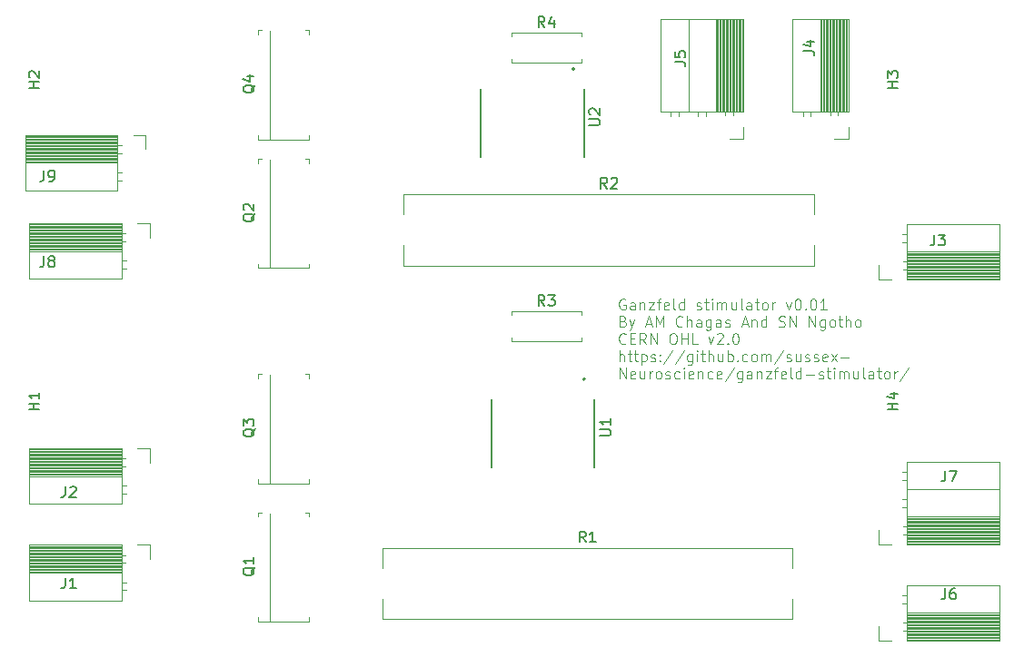
<source format=gbr>
%TF.GenerationSoftware,KiCad,Pcbnew,8.0.6*%
%TF.CreationDate,2025-01-20T16:12:01+00:00*%
%TF.ProjectId,custom_driver,63757374-6f6d-45f6-9472-697665722e6b,rev?*%
%TF.SameCoordinates,Original*%
%TF.FileFunction,Legend,Top*%
%TF.FilePolarity,Positive*%
%FSLAX46Y46*%
G04 Gerber Fmt 4.6, Leading zero omitted, Abs format (unit mm)*
G04 Created by KiCad (PCBNEW 8.0.6) date 2025-01-20 16:12:01*
%MOMM*%
%LPD*%
G01*
G04 APERTURE LIST*
%ADD10C,0.100000*%
%ADD11C,0.150000*%
%ADD12C,0.120000*%
%ADD13C,0.127000*%
%ADD14C,0.200000*%
G04 APERTURE END LIST*
D10*
X150827693Y-88480262D02*
X150732455Y-88432643D01*
X150732455Y-88432643D02*
X150589598Y-88432643D01*
X150589598Y-88432643D02*
X150446741Y-88480262D01*
X150446741Y-88480262D02*
X150351503Y-88575500D01*
X150351503Y-88575500D02*
X150303884Y-88670738D01*
X150303884Y-88670738D02*
X150256265Y-88861214D01*
X150256265Y-88861214D02*
X150256265Y-89004071D01*
X150256265Y-89004071D02*
X150303884Y-89194547D01*
X150303884Y-89194547D02*
X150351503Y-89289785D01*
X150351503Y-89289785D02*
X150446741Y-89385024D01*
X150446741Y-89385024D02*
X150589598Y-89432643D01*
X150589598Y-89432643D02*
X150684836Y-89432643D01*
X150684836Y-89432643D02*
X150827693Y-89385024D01*
X150827693Y-89385024D02*
X150875312Y-89337404D01*
X150875312Y-89337404D02*
X150875312Y-89004071D01*
X150875312Y-89004071D02*
X150684836Y-89004071D01*
X151732455Y-89432643D02*
X151732455Y-88908833D01*
X151732455Y-88908833D02*
X151684836Y-88813595D01*
X151684836Y-88813595D02*
X151589598Y-88765976D01*
X151589598Y-88765976D02*
X151399122Y-88765976D01*
X151399122Y-88765976D02*
X151303884Y-88813595D01*
X151732455Y-89385024D02*
X151637217Y-89432643D01*
X151637217Y-89432643D02*
X151399122Y-89432643D01*
X151399122Y-89432643D02*
X151303884Y-89385024D01*
X151303884Y-89385024D02*
X151256265Y-89289785D01*
X151256265Y-89289785D02*
X151256265Y-89194547D01*
X151256265Y-89194547D02*
X151303884Y-89099309D01*
X151303884Y-89099309D02*
X151399122Y-89051690D01*
X151399122Y-89051690D02*
X151637217Y-89051690D01*
X151637217Y-89051690D02*
X151732455Y-89004071D01*
X152208646Y-88765976D02*
X152208646Y-89432643D01*
X152208646Y-88861214D02*
X152256265Y-88813595D01*
X152256265Y-88813595D02*
X152351503Y-88765976D01*
X152351503Y-88765976D02*
X152494360Y-88765976D01*
X152494360Y-88765976D02*
X152589598Y-88813595D01*
X152589598Y-88813595D02*
X152637217Y-88908833D01*
X152637217Y-88908833D02*
X152637217Y-89432643D01*
X153018170Y-88765976D02*
X153541979Y-88765976D01*
X153541979Y-88765976D02*
X153018170Y-89432643D01*
X153018170Y-89432643D02*
X153541979Y-89432643D01*
X153780075Y-88765976D02*
X154161027Y-88765976D01*
X153922932Y-89432643D02*
X153922932Y-88575500D01*
X153922932Y-88575500D02*
X153970551Y-88480262D01*
X153970551Y-88480262D02*
X154065789Y-88432643D01*
X154065789Y-88432643D02*
X154161027Y-88432643D01*
X154875313Y-89385024D02*
X154780075Y-89432643D01*
X154780075Y-89432643D02*
X154589599Y-89432643D01*
X154589599Y-89432643D02*
X154494361Y-89385024D01*
X154494361Y-89385024D02*
X154446742Y-89289785D01*
X154446742Y-89289785D02*
X154446742Y-88908833D01*
X154446742Y-88908833D02*
X154494361Y-88813595D01*
X154494361Y-88813595D02*
X154589599Y-88765976D01*
X154589599Y-88765976D02*
X154780075Y-88765976D01*
X154780075Y-88765976D02*
X154875313Y-88813595D01*
X154875313Y-88813595D02*
X154922932Y-88908833D01*
X154922932Y-88908833D02*
X154922932Y-89004071D01*
X154922932Y-89004071D02*
X154446742Y-89099309D01*
X155494361Y-89432643D02*
X155399123Y-89385024D01*
X155399123Y-89385024D02*
X155351504Y-89289785D01*
X155351504Y-89289785D02*
X155351504Y-88432643D01*
X156303885Y-89432643D02*
X156303885Y-88432643D01*
X156303885Y-89385024D02*
X156208647Y-89432643D01*
X156208647Y-89432643D02*
X156018171Y-89432643D01*
X156018171Y-89432643D02*
X155922933Y-89385024D01*
X155922933Y-89385024D02*
X155875314Y-89337404D01*
X155875314Y-89337404D02*
X155827695Y-89242166D01*
X155827695Y-89242166D02*
X155827695Y-88956452D01*
X155827695Y-88956452D02*
X155875314Y-88861214D01*
X155875314Y-88861214D02*
X155922933Y-88813595D01*
X155922933Y-88813595D02*
X156018171Y-88765976D01*
X156018171Y-88765976D02*
X156208647Y-88765976D01*
X156208647Y-88765976D02*
X156303885Y-88813595D01*
X157494362Y-89385024D02*
X157589600Y-89432643D01*
X157589600Y-89432643D02*
X157780076Y-89432643D01*
X157780076Y-89432643D02*
X157875314Y-89385024D01*
X157875314Y-89385024D02*
X157922933Y-89289785D01*
X157922933Y-89289785D02*
X157922933Y-89242166D01*
X157922933Y-89242166D02*
X157875314Y-89146928D01*
X157875314Y-89146928D02*
X157780076Y-89099309D01*
X157780076Y-89099309D02*
X157637219Y-89099309D01*
X157637219Y-89099309D02*
X157541981Y-89051690D01*
X157541981Y-89051690D02*
X157494362Y-88956452D01*
X157494362Y-88956452D02*
X157494362Y-88908833D01*
X157494362Y-88908833D02*
X157541981Y-88813595D01*
X157541981Y-88813595D02*
X157637219Y-88765976D01*
X157637219Y-88765976D02*
X157780076Y-88765976D01*
X157780076Y-88765976D02*
X157875314Y-88813595D01*
X158208648Y-88765976D02*
X158589600Y-88765976D01*
X158351505Y-88432643D02*
X158351505Y-89289785D01*
X158351505Y-89289785D02*
X158399124Y-89385024D01*
X158399124Y-89385024D02*
X158494362Y-89432643D01*
X158494362Y-89432643D02*
X158589600Y-89432643D01*
X158922934Y-89432643D02*
X158922934Y-88765976D01*
X158922934Y-88432643D02*
X158875315Y-88480262D01*
X158875315Y-88480262D02*
X158922934Y-88527881D01*
X158922934Y-88527881D02*
X158970553Y-88480262D01*
X158970553Y-88480262D02*
X158922934Y-88432643D01*
X158922934Y-88432643D02*
X158922934Y-88527881D01*
X159399124Y-89432643D02*
X159399124Y-88765976D01*
X159399124Y-88861214D02*
X159446743Y-88813595D01*
X159446743Y-88813595D02*
X159541981Y-88765976D01*
X159541981Y-88765976D02*
X159684838Y-88765976D01*
X159684838Y-88765976D02*
X159780076Y-88813595D01*
X159780076Y-88813595D02*
X159827695Y-88908833D01*
X159827695Y-88908833D02*
X159827695Y-89432643D01*
X159827695Y-88908833D02*
X159875314Y-88813595D01*
X159875314Y-88813595D02*
X159970552Y-88765976D01*
X159970552Y-88765976D02*
X160113409Y-88765976D01*
X160113409Y-88765976D02*
X160208648Y-88813595D01*
X160208648Y-88813595D02*
X160256267Y-88908833D01*
X160256267Y-88908833D02*
X160256267Y-89432643D01*
X161161028Y-88765976D02*
X161161028Y-89432643D01*
X160732457Y-88765976D02*
X160732457Y-89289785D01*
X160732457Y-89289785D02*
X160780076Y-89385024D01*
X160780076Y-89385024D02*
X160875314Y-89432643D01*
X160875314Y-89432643D02*
X161018171Y-89432643D01*
X161018171Y-89432643D02*
X161113409Y-89385024D01*
X161113409Y-89385024D02*
X161161028Y-89337404D01*
X161780076Y-89432643D02*
X161684838Y-89385024D01*
X161684838Y-89385024D02*
X161637219Y-89289785D01*
X161637219Y-89289785D02*
X161637219Y-88432643D01*
X162589600Y-89432643D02*
X162589600Y-88908833D01*
X162589600Y-88908833D02*
X162541981Y-88813595D01*
X162541981Y-88813595D02*
X162446743Y-88765976D01*
X162446743Y-88765976D02*
X162256267Y-88765976D01*
X162256267Y-88765976D02*
X162161029Y-88813595D01*
X162589600Y-89385024D02*
X162494362Y-89432643D01*
X162494362Y-89432643D02*
X162256267Y-89432643D01*
X162256267Y-89432643D02*
X162161029Y-89385024D01*
X162161029Y-89385024D02*
X162113410Y-89289785D01*
X162113410Y-89289785D02*
X162113410Y-89194547D01*
X162113410Y-89194547D02*
X162161029Y-89099309D01*
X162161029Y-89099309D02*
X162256267Y-89051690D01*
X162256267Y-89051690D02*
X162494362Y-89051690D01*
X162494362Y-89051690D02*
X162589600Y-89004071D01*
X162922934Y-88765976D02*
X163303886Y-88765976D01*
X163065791Y-88432643D02*
X163065791Y-89289785D01*
X163065791Y-89289785D02*
X163113410Y-89385024D01*
X163113410Y-89385024D02*
X163208648Y-89432643D01*
X163208648Y-89432643D02*
X163303886Y-89432643D01*
X163780077Y-89432643D02*
X163684839Y-89385024D01*
X163684839Y-89385024D02*
X163637220Y-89337404D01*
X163637220Y-89337404D02*
X163589601Y-89242166D01*
X163589601Y-89242166D02*
X163589601Y-88956452D01*
X163589601Y-88956452D02*
X163637220Y-88861214D01*
X163637220Y-88861214D02*
X163684839Y-88813595D01*
X163684839Y-88813595D02*
X163780077Y-88765976D01*
X163780077Y-88765976D02*
X163922934Y-88765976D01*
X163922934Y-88765976D02*
X164018172Y-88813595D01*
X164018172Y-88813595D02*
X164065791Y-88861214D01*
X164065791Y-88861214D02*
X164113410Y-88956452D01*
X164113410Y-88956452D02*
X164113410Y-89242166D01*
X164113410Y-89242166D02*
X164065791Y-89337404D01*
X164065791Y-89337404D02*
X164018172Y-89385024D01*
X164018172Y-89385024D02*
X163922934Y-89432643D01*
X163922934Y-89432643D02*
X163780077Y-89432643D01*
X164541982Y-89432643D02*
X164541982Y-88765976D01*
X164541982Y-88956452D02*
X164589601Y-88861214D01*
X164589601Y-88861214D02*
X164637220Y-88813595D01*
X164637220Y-88813595D02*
X164732458Y-88765976D01*
X164732458Y-88765976D02*
X164827696Y-88765976D01*
X165827697Y-88765976D02*
X166065792Y-89432643D01*
X166065792Y-89432643D02*
X166303887Y-88765976D01*
X166875316Y-88432643D02*
X166970554Y-88432643D01*
X166970554Y-88432643D02*
X167065792Y-88480262D01*
X167065792Y-88480262D02*
X167113411Y-88527881D01*
X167113411Y-88527881D02*
X167161030Y-88623119D01*
X167161030Y-88623119D02*
X167208649Y-88813595D01*
X167208649Y-88813595D02*
X167208649Y-89051690D01*
X167208649Y-89051690D02*
X167161030Y-89242166D01*
X167161030Y-89242166D02*
X167113411Y-89337404D01*
X167113411Y-89337404D02*
X167065792Y-89385024D01*
X167065792Y-89385024D02*
X166970554Y-89432643D01*
X166970554Y-89432643D02*
X166875316Y-89432643D01*
X166875316Y-89432643D02*
X166780078Y-89385024D01*
X166780078Y-89385024D02*
X166732459Y-89337404D01*
X166732459Y-89337404D02*
X166684840Y-89242166D01*
X166684840Y-89242166D02*
X166637221Y-89051690D01*
X166637221Y-89051690D02*
X166637221Y-88813595D01*
X166637221Y-88813595D02*
X166684840Y-88623119D01*
X166684840Y-88623119D02*
X166732459Y-88527881D01*
X166732459Y-88527881D02*
X166780078Y-88480262D01*
X166780078Y-88480262D02*
X166875316Y-88432643D01*
X167637221Y-89337404D02*
X167684840Y-89385024D01*
X167684840Y-89385024D02*
X167637221Y-89432643D01*
X167637221Y-89432643D02*
X167589602Y-89385024D01*
X167589602Y-89385024D02*
X167637221Y-89337404D01*
X167637221Y-89337404D02*
X167637221Y-89432643D01*
X168303887Y-88432643D02*
X168399125Y-88432643D01*
X168399125Y-88432643D02*
X168494363Y-88480262D01*
X168494363Y-88480262D02*
X168541982Y-88527881D01*
X168541982Y-88527881D02*
X168589601Y-88623119D01*
X168589601Y-88623119D02*
X168637220Y-88813595D01*
X168637220Y-88813595D02*
X168637220Y-89051690D01*
X168637220Y-89051690D02*
X168589601Y-89242166D01*
X168589601Y-89242166D02*
X168541982Y-89337404D01*
X168541982Y-89337404D02*
X168494363Y-89385024D01*
X168494363Y-89385024D02*
X168399125Y-89432643D01*
X168399125Y-89432643D02*
X168303887Y-89432643D01*
X168303887Y-89432643D02*
X168208649Y-89385024D01*
X168208649Y-89385024D02*
X168161030Y-89337404D01*
X168161030Y-89337404D02*
X168113411Y-89242166D01*
X168113411Y-89242166D02*
X168065792Y-89051690D01*
X168065792Y-89051690D02*
X168065792Y-88813595D01*
X168065792Y-88813595D02*
X168113411Y-88623119D01*
X168113411Y-88623119D02*
X168161030Y-88527881D01*
X168161030Y-88527881D02*
X168208649Y-88480262D01*
X168208649Y-88480262D02*
X168303887Y-88432643D01*
X169589601Y-89432643D02*
X169018173Y-89432643D01*
X169303887Y-89432643D02*
X169303887Y-88432643D01*
X169303887Y-88432643D02*
X169208649Y-88575500D01*
X169208649Y-88575500D02*
X169113411Y-88670738D01*
X169113411Y-88670738D02*
X169018173Y-88718357D01*
X150637217Y-90518777D02*
X150780074Y-90566396D01*
X150780074Y-90566396D02*
X150827693Y-90614015D01*
X150827693Y-90614015D02*
X150875312Y-90709253D01*
X150875312Y-90709253D02*
X150875312Y-90852110D01*
X150875312Y-90852110D02*
X150827693Y-90947348D01*
X150827693Y-90947348D02*
X150780074Y-90994968D01*
X150780074Y-90994968D02*
X150684836Y-91042587D01*
X150684836Y-91042587D02*
X150303884Y-91042587D01*
X150303884Y-91042587D02*
X150303884Y-90042587D01*
X150303884Y-90042587D02*
X150637217Y-90042587D01*
X150637217Y-90042587D02*
X150732455Y-90090206D01*
X150732455Y-90090206D02*
X150780074Y-90137825D01*
X150780074Y-90137825D02*
X150827693Y-90233063D01*
X150827693Y-90233063D02*
X150827693Y-90328301D01*
X150827693Y-90328301D02*
X150780074Y-90423539D01*
X150780074Y-90423539D02*
X150732455Y-90471158D01*
X150732455Y-90471158D02*
X150637217Y-90518777D01*
X150637217Y-90518777D02*
X150303884Y-90518777D01*
X151208646Y-90375920D02*
X151446741Y-91042587D01*
X151684836Y-90375920D02*
X151446741Y-91042587D01*
X151446741Y-91042587D02*
X151351503Y-91280682D01*
X151351503Y-91280682D02*
X151303884Y-91328301D01*
X151303884Y-91328301D02*
X151208646Y-91375920D01*
X152780075Y-90756872D02*
X153256265Y-90756872D01*
X152684837Y-91042587D02*
X153018170Y-90042587D01*
X153018170Y-90042587D02*
X153351503Y-91042587D01*
X153684837Y-91042587D02*
X153684837Y-90042587D01*
X153684837Y-90042587D02*
X154018170Y-90756872D01*
X154018170Y-90756872D02*
X154351503Y-90042587D01*
X154351503Y-90042587D02*
X154351503Y-91042587D01*
X156161027Y-90947348D02*
X156113408Y-90994968D01*
X156113408Y-90994968D02*
X155970551Y-91042587D01*
X155970551Y-91042587D02*
X155875313Y-91042587D01*
X155875313Y-91042587D02*
X155732456Y-90994968D01*
X155732456Y-90994968D02*
X155637218Y-90899729D01*
X155637218Y-90899729D02*
X155589599Y-90804491D01*
X155589599Y-90804491D02*
X155541980Y-90614015D01*
X155541980Y-90614015D02*
X155541980Y-90471158D01*
X155541980Y-90471158D02*
X155589599Y-90280682D01*
X155589599Y-90280682D02*
X155637218Y-90185444D01*
X155637218Y-90185444D02*
X155732456Y-90090206D01*
X155732456Y-90090206D02*
X155875313Y-90042587D01*
X155875313Y-90042587D02*
X155970551Y-90042587D01*
X155970551Y-90042587D02*
X156113408Y-90090206D01*
X156113408Y-90090206D02*
X156161027Y-90137825D01*
X156589599Y-91042587D02*
X156589599Y-90042587D01*
X157018170Y-91042587D02*
X157018170Y-90518777D01*
X157018170Y-90518777D02*
X156970551Y-90423539D01*
X156970551Y-90423539D02*
X156875313Y-90375920D01*
X156875313Y-90375920D02*
X156732456Y-90375920D01*
X156732456Y-90375920D02*
X156637218Y-90423539D01*
X156637218Y-90423539D02*
X156589599Y-90471158D01*
X157922932Y-91042587D02*
X157922932Y-90518777D01*
X157922932Y-90518777D02*
X157875313Y-90423539D01*
X157875313Y-90423539D02*
X157780075Y-90375920D01*
X157780075Y-90375920D02*
X157589599Y-90375920D01*
X157589599Y-90375920D02*
X157494361Y-90423539D01*
X157922932Y-90994968D02*
X157827694Y-91042587D01*
X157827694Y-91042587D02*
X157589599Y-91042587D01*
X157589599Y-91042587D02*
X157494361Y-90994968D01*
X157494361Y-90994968D02*
X157446742Y-90899729D01*
X157446742Y-90899729D02*
X157446742Y-90804491D01*
X157446742Y-90804491D02*
X157494361Y-90709253D01*
X157494361Y-90709253D02*
X157589599Y-90661634D01*
X157589599Y-90661634D02*
X157827694Y-90661634D01*
X157827694Y-90661634D02*
X157922932Y-90614015D01*
X158827694Y-90375920D02*
X158827694Y-91185444D01*
X158827694Y-91185444D02*
X158780075Y-91280682D01*
X158780075Y-91280682D02*
X158732456Y-91328301D01*
X158732456Y-91328301D02*
X158637218Y-91375920D01*
X158637218Y-91375920D02*
X158494361Y-91375920D01*
X158494361Y-91375920D02*
X158399123Y-91328301D01*
X158827694Y-90994968D02*
X158732456Y-91042587D01*
X158732456Y-91042587D02*
X158541980Y-91042587D01*
X158541980Y-91042587D02*
X158446742Y-90994968D01*
X158446742Y-90994968D02*
X158399123Y-90947348D01*
X158399123Y-90947348D02*
X158351504Y-90852110D01*
X158351504Y-90852110D02*
X158351504Y-90566396D01*
X158351504Y-90566396D02*
X158399123Y-90471158D01*
X158399123Y-90471158D02*
X158446742Y-90423539D01*
X158446742Y-90423539D02*
X158541980Y-90375920D01*
X158541980Y-90375920D02*
X158732456Y-90375920D01*
X158732456Y-90375920D02*
X158827694Y-90423539D01*
X159732456Y-91042587D02*
X159732456Y-90518777D01*
X159732456Y-90518777D02*
X159684837Y-90423539D01*
X159684837Y-90423539D02*
X159589599Y-90375920D01*
X159589599Y-90375920D02*
X159399123Y-90375920D01*
X159399123Y-90375920D02*
X159303885Y-90423539D01*
X159732456Y-90994968D02*
X159637218Y-91042587D01*
X159637218Y-91042587D02*
X159399123Y-91042587D01*
X159399123Y-91042587D02*
X159303885Y-90994968D01*
X159303885Y-90994968D02*
X159256266Y-90899729D01*
X159256266Y-90899729D02*
X159256266Y-90804491D01*
X159256266Y-90804491D02*
X159303885Y-90709253D01*
X159303885Y-90709253D02*
X159399123Y-90661634D01*
X159399123Y-90661634D02*
X159637218Y-90661634D01*
X159637218Y-90661634D02*
X159732456Y-90614015D01*
X160161028Y-90994968D02*
X160256266Y-91042587D01*
X160256266Y-91042587D02*
X160446742Y-91042587D01*
X160446742Y-91042587D02*
X160541980Y-90994968D01*
X160541980Y-90994968D02*
X160589599Y-90899729D01*
X160589599Y-90899729D02*
X160589599Y-90852110D01*
X160589599Y-90852110D02*
X160541980Y-90756872D01*
X160541980Y-90756872D02*
X160446742Y-90709253D01*
X160446742Y-90709253D02*
X160303885Y-90709253D01*
X160303885Y-90709253D02*
X160208647Y-90661634D01*
X160208647Y-90661634D02*
X160161028Y-90566396D01*
X160161028Y-90566396D02*
X160161028Y-90518777D01*
X160161028Y-90518777D02*
X160208647Y-90423539D01*
X160208647Y-90423539D02*
X160303885Y-90375920D01*
X160303885Y-90375920D02*
X160446742Y-90375920D01*
X160446742Y-90375920D02*
X160541980Y-90423539D01*
X161732457Y-90756872D02*
X162208647Y-90756872D01*
X161637219Y-91042587D02*
X161970552Y-90042587D01*
X161970552Y-90042587D02*
X162303885Y-91042587D01*
X162637219Y-90375920D02*
X162637219Y-91042587D01*
X162637219Y-90471158D02*
X162684838Y-90423539D01*
X162684838Y-90423539D02*
X162780076Y-90375920D01*
X162780076Y-90375920D02*
X162922933Y-90375920D01*
X162922933Y-90375920D02*
X163018171Y-90423539D01*
X163018171Y-90423539D02*
X163065790Y-90518777D01*
X163065790Y-90518777D02*
X163065790Y-91042587D01*
X163970552Y-91042587D02*
X163970552Y-90042587D01*
X163970552Y-90994968D02*
X163875314Y-91042587D01*
X163875314Y-91042587D02*
X163684838Y-91042587D01*
X163684838Y-91042587D02*
X163589600Y-90994968D01*
X163589600Y-90994968D02*
X163541981Y-90947348D01*
X163541981Y-90947348D02*
X163494362Y-90852110D01*
X163494362Y-90852110D02*
X163494362Y-90566396D01*
X163494362Y-90566396D02*
X163541981Y-90471158D01*
X163541981Y-90471158D02*
X163589600Y-90423539D01*
X163589600Y-90423539D02*
X163684838Y-90375920D01*
X163684838Y-90375920D02*
X163875314Y-90375920D01*
X163875314Y-90375920D02*
X163970552Y-90423539D01*
X165161029Y-90994968D02*
X165303886Y-91042587D01*
X165303886Y-91042587D02*
X165541981Y-91042587D01*
X165541981Y-91042587D02*
X165637219Y-90994968D01*
X165637219Y-90994968D02*
X165684838Y-90947348D01*
X165684838Y-90947348D02*
X165732457Y-90852110D01*
X165732457Y-90852110D02*
X165732457Y-90756872D01*
X165732457Y-90756872D02*
X165684838Y-90661634D01*
X165684838Y-90661634D02*
X165637219Y-90614015D01*
X165637219Y-90614015D02*
X165541981Y-90566396D01*
X165541981Y-90566396D02*
X165351505Y-90518777D01*
X165351505Y-90518777D02*
X165256267Y-90471158D01*
X165256267Y-90471158D02*
X165208648Y-90423539D01*
X165208648Y-90423539D02*
X165161029Y-90328301D01*
X165161029Y-90328301D02*
X165161029Y-90233063D01*
X165161029Y-90233063D02*
X165208648Y-90137825D01*
X165208648Y-90137825D02*
X165256267Y-90090206D01*
X165256267Y-90090206D02*
X165351505Y-90042587D01*
X165351505Y-90042587D02*
X165589600Y-90042587D01*
X165589600Y-90042587D02*
X165732457Y-90090206D01*
X166161029Y-91042587D02*
X166161029Y-90042587D01*
X166161029Y-90042587D02*
X166732457Y-91042587D01*
X166732457Y-91042587D02*
X166732457Y-90042587D01*
X167970553Y-91042587D02*
X167970553Y-90042587D01*
X167970553Y-90042587D02*
X168541981Y-91042587D01*
X168541981Y-91042587D02*
X168541981Y-90042587D01*
X169446743Y-90375920D02*
X169446743Y-91185444D01*
X169446743Y-91185444D02*
X169399124Y-91280682D01*
X169399124Y-91280682D02*
X169351505Y-91328301D01*
X169351505Y-91328301D02*
X169256267Y-91375920D01*
X169256267Y-91375920D02*
X169113410Y-91375920D01*
X169113410Y-91375920D02*
X169018172Y-91328301D01*
X169446743Y-90994968D02*
X169351505Y-91042587D01*
X169351505Y-91042587D02*
X169161029Y-91042587D01*
X169161029Y-91042587D02*
X169065791Y-90994968D01*
X169065791Y-90994968D02*
X169018172Y-90947348D01*
X169018172Y-90947348D02*
X168970553Y-90852110D01*
X168970553Y-90852110D02*
X168970553Y-90566396D01*
X168970553Y-90566396D02*
X169018172Y-90471158D01*
X169018172Y-90471158D02*
X169065791Y-90423539D01*
X169065791Y-90423539D02*
X169161029Y-90375920D01*
X169161029Y-90375920D02*
X169351505Y-90375920D01*
X169351505Y-90375920D02*
X169446743Y-90423539D01*
X170065791Y-91042587D02*
X169970553Y-90994968D01*
X169970553Y-90994968D02*
X169922934Y-90947348D01*
X169922934Y-90947348D02*
X169875315Y-90852110D01*
X169875315Y-90852110D02*
X169875315Y-90566396D01*
X169875315Y-90566396D02*
X169922934Y-90471158D01*
X169922934Y-90471158D02*
X169970553Y-90423539D01*
X169970553Y-90423539D02*
X170065791Y-90375920D01*
X170065791Y-90375920D02*
X170208648Y-90375920D01*
X170208648Y-90375920D02*
X170303886Y-90423539D01*
X170303886Y-90423539D02*
X170351505Y-90471158D01*
X170351505Y-90471158D02*
X170399124Y-90566396D01*
X170399124Y-90566396D02*
X170399124Y-90852110D01*
X170399124Y-90852110D02*
X170351505Y-90947348D01*
X170351505Y-90947348D02*
X170303886Y-90994968D01*
X170303886Y-90994968D02*
X170208648Y-91042587D01*
X170208648Y-91042587D02*
X170065791Y-91042587D01*
X170684839Y-90375920D02*
X171065791Y-90375920D01*
X170827696Y-90042587D02*
X170827696Y-90899729D01*
X170827696Y-90899729D02*
X170875315Y-90994968D01*
X170875315Y-90994968D02*
X170970553Y-91042587D01*
X170970553Y-91042587D02*
X171065791Y-91042587D01*
X171399125Y-91042587D02*
X171399125Y-90042587D01*
X171827696Y-91042587D02*
X171827696Y-90518777D01*
X171827696Y-90518777D02*
X171780077Y-90423539D01*
X171780077Y-90423539D02*
X171684839Y-90375920D01*
X171684839Y-90375920D02*
X171541982Y-90375920D01*
X171541982Y-90375920D02*
X171446744Y-90423539D01*
X171446744Y-90423539D02*
X171399125Y-90471158D01*
X172446744Y-91042587D02*
X172351506Y-90994968D01*
X172351506Y-90994968D02*
X172303887Y-90947348D01*
X172303887Y-90947348D02*
X172256268Y-90852110D01*
X172256268Y-90852110D02*
X172256268Y-90566396D01*
X172256268Y-90566396D02*
X172303887Y-90471158D01*
X172303887Y-90471158D02*
X172351506Y-90423539D01*
X172351506Y-90423539D02*
X172446744Y-90375920D01*
X172446744Y-90375920D02*
X172589601Y-90375920D01*
X172589601Y-90375920D02*
X172684839Y-90423539D01*
X172684839Y-90423539D02*
X172732458Y-90471158D01*
X172732458Y-90471158D02*
X172780077Y-90566396D01*
X172780077Y-90566396D02*
X172780077Y-90852110D01*
X172780077Y-90852110D02*
X172732458Y-90947348D01*
X172732458Y-90947348D02*
X172684839Y-90994968D01*
X172684839Y-90994968D02*
X172589601Y-91042587D01*
X172589601Y-91042587D02*
X172446744Y-91042587D01*
X150875312Y-92557292D02*
X150827693Y-92604912D01*
X150827693Y-92604912D02*
X150684836Y-92652531D01*
X150684836Y-92652531D02*
X150589598Y-92652531D01*
X150589598Y-92652531D02*
X150446741Y-92604912D01*
X150446741Y-92604912D02*
X150351503Y-92509673D01*
X150351503Y-92509673D02*
X150303884Y-92414435D01*
X150303884Y-92414435D02*
X150256265Y-92223959D01*
X150256265Y-92223959D02*
X150256265Y-92081102D01*
X150256265Y-92081102D02*
X150303884Y-91890626D01*
X150303884Y-91890626D02*
X150351503Y-91795388D01*
X150351503Y-91795388D02*
X150446741Y-91700150D01*
X150446741Y-91700150D02*
X150589598Y-91652531D01*
X150589598Y-91652531D02*
X150684836Y-91652531D01*
X150684836Y-91652531D02*
X150827693Y-91700150D01*
X150827693Y-91700150D02*
X150875312Y-91747769D01*
X151303884Y-92128721D02*
X151637217Y-92128721D01*
X151780074Y-92652531D02*
X151303884Y-92652531D01*
X151303884Y-92652531D02*
X151303884Y-91652531D01*
X151303884Y-91652531D02*
X151780074Y-91652531D01*
X152780074Y-92652531D02*
X152446741Y-92176340D01*
X152208646Y-92652531D02*
X152208646Y-91652531D01*
X152208646Y-91652531D02*
X152589598Y-91652531D01*
X152589598Y-91652531D02*
X152684836Y-91700150D01*
X152684836Y-91700150D02*
X152732455Y-91747769D01*
X152732455Y-91747769D02*
X152780074Y-91843007D01*
X152780074Y-91843007D02*
X152780074Y-91985864D01*
X152780074Y-91985864D02*
X152732455Y-92081102D01*
X152732455Y-92081102D02*
X152684836Y-92128721D01*
X152684836Y-92128721D02*
X152589598Y-92176340D01*
X152589598Y-92176340D02*
X152208646Y-92176340D01*
X153208646Y-92652531D02*
X153208646Y-91652531D01*
X153208646Y-91652531D02*
X153780074Y-92652531D01*
X153780074Y-92652531D02*
X153780074Y-91652531D01*
X155208646Y-91652531D02*
X155399122Y-91652531D01*
X155399122Y-91652531D02*
X155494360Y-91700150D01*
X155494360Y-91700150D02*
X155589598Y-91795388D01*
X155589598Y-91795388D02*
X155637217Y-91985864D01*
X155637217Y-91985864D02*
X155637217Y-92319197D01*
X155637217Y-92319197D02*
X155589598Y-92509673D01*
X155589598Y-92509673D02*
X155494360Y-92604912D01*
X155494360Y-92604912D02*
X155399122Y-92652531D01*
X155399122Y-92652531D02*
X155208646Y-92652531D01*
X155208646Y-92652531D02*
X155113408Y-92604912D01*
X155113408Y-92604912D02*
X155018170Y-92509673D01*
X155018170Y-92509673D02*
X154970551Y-92319197D01*
X154970551Y-92319197D02*
X154970551Y-91985864D01*
X154970551Y-91985864D02*
X155018170Y-91795388D01*
X155018170Y-91795388D02*
X155113408Y-91700150D01*
X155113408Y-91700150D02*
X155208646Y-91652531D01*
X156065789Y-92652531D02*
X156065789Y-91652531D01*
X156065789Y-92128721D02*
X156637217Y-92128721D01*
X156637217Y-92652531D02*
X156637217Y-91652531D01*
X157589598Y-92652531D02*
X157113408Y-92652531D01*
X157113408Y-92652531D02*
X157113408Y-91652531D01*
X158589599Y-91985864D02*
X158827694Y-92652531D01*
X158827694Y-92652531D02*
X159065789Y-91985864D01*
X159399123Y-91747769D02*
X159446742Y-91700150D01*
X159446742Y-91700150D02*
X159541980Y-91652531D01*
X159541980Y-91652531D02*
X159780075Y-91652531D01*
X159780075Y-91652531D02*
X159875313Y-91700150D01*
X159875313Y-91700150D02*
X159922932Y-91747769D01*
X159922932Y-91747769D02*
X159970551Y-91843007D01*
X159970551Y-91843007D02*
X159970551Y-91938245D01*
X159970551Y-91938245D02*
X159922932Y-92081102D01*
X159922932Y-92081102D02*
X159351504Y-92652531D01*
X159351504Y-92652531D02*
X159970551Y-92652531D01*
X160399123Y-92557292D02*
X160446742Y-92604912D01*
X160446742Y-92604912D02*
X160399123Y-92652531D01*
X160399123Y-92652531D02*
X160351504Y-92604912D01*
X160351504Y-92604912D02*
X160399123Y-92557292D01*
X160399123Y-92557292D02*
X160399123Y-92652531D01*
X161065789Y-91652531D02*
X161161027Y-91652531D01*
X161161027Y-91652531D02*
X161256265Y-91700150D01*
X161256265Y-91700150D02*
X161303884Y-91747769D01*
X161303884Y-91747769D02*
X161351503Y-91843007D01*
X161351503Y-91843007D02*
X161399122Y-92033483D01*
X161399122Y-92033483D02*
X161399122Y-92271578D01*
X161399122Y-92271578D02*
X161351503Y-92462054D01*
X161351503Y-92462054D02*
X161303884Y-92557292D01*
X161303884Y-92557292D02*
X161256265Y-92604912D01*
X161256265Y-92604912D02*
X161161027Y-92652531D01*
X161161027Y-92652531D02*
X161065789Y-92652531D01*
X161065789Y-92652531D02*
X160970551Y-92604912D01*
X160970551Y-92604912D02*
X160922932Y-92557292D01*
X160922932Y-92557292D02*
X160875313Y-92462054D01*
X160875313Y-92462054D02*
X160827694Y-92271578D01*
X160827694Y-92271578D02*
X160827694Y-92033483D01*
X160827694Y-92033483D02*
X160875313Y-91843007D01*
X160875313Y-91843007D02*
X160922932Y-91747769D01*
X160922932Y-91747769D02*
X160970551Y-91700150D01*
X160970551Y-91700150D02*
X161065789Y-91652531D01*
X150303884Y-94262475D02*
X150303884Y-93262475D01*
X150732455Y-94262475D02*
X150732455Y-93738665D01*
X150732455Y-93738665D02*
X150684836Y-93643427D01*
X150684836Y-93643427D02*
X150589598Y-93595808D01*
X150589598Y-93595808D02*
X150446741Y-93595808D01*
X150446741Y-93595808D02*
X150351503Y-93643427D01*
X150351503Y-93643427D02*
X150303884Y-93691046D01*
X151065789Y-93595808D02*
X151446741Y-93595808D01*
X151208646Y-93262475D02*
X151208646Y-94119617D01*
X151208646Y-94119617D02*
X151256265Y-94214856D01*
X151256265Y-94214856D02*
X151351503Y-94262475D01*
X151351503Y-94262475D02*
X151446741Y-94262475D01*
X151637218Y-93595808D02*
X152018170Y-93595808D01*
X151780075Y-93262475D02*
X151780075Y-94119617D01*
X151780075Y-94119617D02*
X151827694Y-94214856D01*
X151827694Y-94214856D02*
X151922932Y-94262475D01*
X151922932Y-94262475D02*
X152018170Y-94262475D01*
X152351504Y-93595808D02*
X152351504Y-94595808D01*
X152351504Y-93643427D02*
X152446742Y-93595808D01*
X152446742Y-93595808D02*
X152637218Y-93595808D01*
X152637218Y-93595808D02*
X152732456Y-93643427D01*
X152732456Y-93643427D02*
X152780075Y-93691046D01*
X152780075Y-93691046D02*
X152827694Y-93786284D01*
X152827694Y-93786284D02*
X152827694Y-94071998D01*
X152827694Y-94071998D02*
X152780075Y-94167236D01*
X152780075Y-94167236D02*
X152732456Y-94214856D01*
X152732456Y-94214856D02*
X152637218Y-94262475D01*
X152637218Y-94262475D02*
X152446742Y-94262475D01*
X152446742Y-94262475D02*
X152351504Y-94214856D01*
X153208647Y-94214856D02*
X153303885Y-94262475D01*
X153303885Y-94262475D02*
X153494361Y-94262475D01*
X153494361Y-94262475D02*
X153589599Y-94214856D01*
X153589599Y-94214856D02*
X153637218Y-94119617D01*
X153637218Y-94119617D02*
X153637218Y-94071998D01*
X153637218Y-94071998D02*
X153589599Y-93976760D01*
X153589599Y-93976760D02*
X153494361Y-93929141D01*
X153494361Y-93929141D02*
X153351504Y-93929141D01*
X153351504Y-93929141D02*
X153256266Y-93881522D01*
X153256266Y-93881522D02*
X153208647Y-93786284D01*
X153208647Y-93786284D02*
X153208647Y-93738665D01*
X153208647Y-93738665D02*
X153256266Y-93643427D01*
X153256266Y-93643427D02*
X153351504Y-93595808D01*
X153351504Y-93595808D02*
X153494361Y-93595808D01*
X153494361Y-93595808D02*
X153589599Y-93643427D01*
X154065790Y-94167236D02*
X154113409Y-94214856D01*
X154113409Y-94214856D02*
X154065790Y-94262475D01*
X154065790Y-94262475D02*
X154018171Y-94214856D01*
X154018171Y-94214856D02*
X154065790Y-94167236D01*
X154065790Y-94167236D02*
X154065790Y-94262475D01*
X154065790Y-93643427D02*
X154113409Y-93691046D01*
X154113409Y-93691046D02*
X154065790Y-93738665D01*
X154065790Y-93738665D02*
X154018171Y-93691046D01*
X154018171Y-93691046D02*
X154065790Y-93643427D01*
X154065790Y-93643427D02*
X154065790Y-93738665D01*
X155256265Y-93214856D02*
X154399123Y-94500570D01*
X156303884Y-93214856D02*
X155446742Y-94500570D01*
X157065789Y-93595808D02*
X157065789Y-94405332D01*
X157065789Y-94405332D02*
X157018170Y-94500570D01*
X157018170Y-94500570D02*
X156970551Y-94548189D01*
X156970551Y-94548189D02*
X156875313Y-94595808D01*
X156875313Y-94595808D02*
X156732456Y-94595808D01*
X156732456Y-94595808D02*
X156637218Y-94548189D01*
X157065789Y-94214856D02*
X156970551Y-94262475D01*
X156970551Y-94262475D02*
X156780075Y-94262475D01*
X156780075Y-94262475D02*
X156684837Y-94214856D01*
X156684837Y-94214856D02*
X156637218Y-94167236D01*
X156637218Y-94167236D02*
X156589599Y-94071998D01*
X156589599Y-94071998D02*
X156589599Y-93786284D01*
X156589599Y-93786284D02*
X156637218Y-93691046D01*
X156637218Y-93691046D02*
X156684837Y-93643427D01*
X156684837Y-93643427D02*
X156780075Y-93595808D01*
X156780075Y-93595808D02*
X156970551Y-93595808D01*
X156970551Y-93595808D02*
X157065789Y-93643427D01*
X157541980Y-94262475D02*
X157541980Y-93595808D01*
X157541980Y-93262475D02*
X157494361Y-93310094D01*
X157494361Y-93310094D02*
X157541980Y-93357713D01*
X157541980Y-93357713D02*
X157589599Y-93310094D01*
X157589599Y-93310094D02*
X157541980Y-93262475D01*
X157541980Y-93262475D02*
X157541980Y-93357713D01*
X157875313Y-93595808D02*
X158256265Y-93595808D01*
X158018170Y-93262475D02*
X158018170Y-94119617D01*
X158018170Y-94119617D02*
X158065789Y-94214856D01*
X158065789Y-94214856D02*
X158161027Y-94262475D01*
X158161027Y-94262475D02*
X158256265Y-94262475D01*
X158589599Y-94262475D02*
X158589599Y-93262475D01*
X159018170Y-94262475D02*
X159018170Y-93738665D01*
X159018170Y-93738665D02*
X158970551Y-93643427D01*
X158970551Y-93643427D02*
X158875313Y-93595808D01*
X158875313Y-93595808D02*
X158732456Y-93595808D01*
X158732456Y-93595808D02*
X158637218Y-93643427D01*
X158637218Y-93643427D02*
X158589599Y-93691046D01*
X159922932Y-93595808D02*
X159922932Y-94262475D01*
X159494361Y-93595808D02*
X159494361Y-94119617D01*
X159494361Y-94119617D02*
X159541980Y-94214856D01*
X159541980Y-94214856D02*
X159637218Y-94262475D01*
X159637218Y-94262475D02*
X159780075Y-94262475D01*
X159780075Y-94262475D02*
X159875313Y-94214856D01*
X159875313Y-94214856D02*
X159922932Y-94167236D01*
X160399123Y-94262475D02*
X160399123Y-93262475D01*
X160399123Y-93643427D02*
X160494361Y-93595808D01*
X160494361Y-93595808D02*
X160684837Y-93595808D01*
X160684837Y-93595808D02*
X160780075Y-93643427D01*
X160780075Y-93643427D02*
X160827694Y-93691046D01*
X160827694Y-93691046D02*
X160875313Y-93786284D01*
X160875313Y-93786284D02*
X160875313Y-94071998D01*
X160875313Y-94071998D02*
X160827694Y-94167236D01*
X160827694Y-94167236D02*
X160780075Y-94214856D01*
X160780075Y-94214856D02*
X160684837Y-94262475D01*
X160684837Y-94262475D02*
X160494361Y-94262475D01*
X160494361Y-94262475D02*
X160399123Y-94214856D01*
X161303885Y-94167236D02*
X161351504Y-94214856D01*
X161351504Y-94214856D02*
X161303885Y-94262475D01*
X161303885Y-94262475D02*
X161256266Y-94214856D01*
X161256266Y-94214856D02*
X161303885Y-94167236D01*
X161303885Y-94167236D02*
X161303885Y-94262475D01*
X162208646Y-94214856D02*
X162113408Y-94262475D01*
X162113408Y-94262475D02*
X161922932Y-94262475D01*
X161922932Y-94262475D02*
X161827694Y-94214856D01*
X161827694Y-94214856D02*
X161780075Y-94167236D01*
X161780075Y-94167236D02*
X161732456Y-94071998D01*
X161732456Y-94071998D02*
X161732456Y-93786284D01*
X161732456Y-93786284D02*
X161780075Y-93691046D01*
X161780075Y-93691046D02*
X161827694Y-93643427D01*
X161827694Y-93643427D02*
X161922932Y-93595808D01*
X161922932Y-93595808D02*
X162113408Y-93595808D01*
X162113408Y-93595808D02*
X162208646Y-93643427D01*
X162780075Y-94262475D02*
X162684837Y-94214856D01*
X162684837Y-94214856D02*
X162637218Y-94167236D01*
X162637218Y-94167236D02*
X162589599Y-94071998D01*
X162589599Y-94071998D02*
X162589599Y-93786284D01*
X162589599Y-93786284D02*
X162637218Y-93691046D01*
X162637218Y-93691046D02*
X162684837Y-93643427D01*
X162684837Y-93643427D02*
X162780075Y-93595808D01*
X162780075Y-93595808D02*
X162922932Y-93595808D01*
X162922932Y-93595808D02*
X163018170Y-93643427D01*
X163018170Y-93643427D02*
X163065789Y-93691046D01*
X163065789Y-93691046D02*
X163113408Y-93786284D01*
X163113408Y-93786284D02*
X163113408Y-94071998D01*
X163113408Y-94071998D02*
X163065789Y-94167236D01*
X163065789Y-94167236D02*
X163018170Y-94214856D01*
X163018170Y-94214856D02*
X162922932Y-94262475D01*
X162922932Y-94262475D02*
X162780075Y-94262475D01*
X163541980Y-94262475D02*
X163541980Y-93595808D01*
X163541980Y-93691046D02*
X163589599Y-93643427D01*
X163589599Y-93643427D02*
X163684837Y-93595808D01*
X163684837Y-93595808D02*
X163827694Y-93595808D01*
X163827694Y-93595808D02*
X163922932Y-93643427D01*
X163922932Y-93643427D02*
X163970551Y-93738665D01*
X163970551Y-93738665D02*
X163970551Y-94262475D01*
X163970551Y-93738665D02*
X164018170Y-93643427D01*
X164018170Y-93643427D02*
X164113408Y-93595808D01*
X164113408Y-93595808D02*
X164256265Y-93595808D01*
X164256265Y-93595808D02*
X164351504Y-93643427D01*
X164351504Y-93643427D02*
X164399123Y-93738665D01*
X164399123Y-93738665D02*
X164399123Y-94262475D01*
X165589598Y-93214856D02*
X164732456Y-94500570D01*
X165875313Y-94214856D02*
X165970551Y-94262475D01*
X165970551Y-94262475D02*
X166161027Y-94262475D01*
X166161027Y-94262475D02*
X166256265Y-94214856D01*
X166256265Y-94214856D02*
X166303884Y-94119617D01*
X166303884Y-94119617D02*
X166303884Y-94071998D01*
X166303884Y-94071998D02*
X166256265Y-93976760D01*
X166256265Y-93976760D02*
X166161027Y-93929141D01*
X166161027Y-93929141D02*
X166018170Y-93929141D01*
X166018170Y-93929141D02*
X165922932Y-93881522D01*
X165922932Y-93881522D02*
X165875313Y-93786284D01*
X165875313Y-93786284D02*
X165875313Y-93738665D01*
X165875313Y-93738665D02*
X165922932Y-93643427D01*
X165922932Y-93643427D02*
X166018170Y-93595808D01*
X166018170Y-93595808D02*
X166161027Y-93595808D01*
X166161027Y-93595808D02*
X166256265Y-93643427D01*
X167161027Y-93595808D02*
X167161027Y-94262475D01*
X166732456Y-93595808D02*
X166732456Y-94119617D01*
X166732456Y-94119617D02*
X166780075Y-94214856D01*
X166780075Y-94214856D02*
X166875313Y-94262475D01*
X166875313Y-94262475D02*
X167018170Y-94262475D01*
X167018170Y-94262475D02*
X167113408Y-94214856D01*
X167113408Y-94214856D02*
X167161027Y-94167236D01*
X167589599Y-94214856D02*
X167684837Y-94262475D01*
X167684837Y-94262475D02*
X167875313Y-94262475D01*
X167875313Y-94262475D02*
X167970551Y-94214856D01*
X167970551Y-94214856D02*
X168018170Y-94119617D01*
X168018170Y-94119617D02*
X168018170Y-94071998D01*
X168018170Y-94071998D02*
X167970551Y-93976760D01*
X167970551Y-93976760D02*
X167875313Y-93929141D01*
X167875313Y-93929141D02*
X167732456Y-93929141D01*
X167732456Y-93929141D02*
X167637218Y-93881522D01*
X167637218Y-93881522D02*
X167589599Y-93786284D01*
X167589599Y-93786284D02*
X167589599Y-93738665D01*
X167589599Y-93738665D02*
X167637218Y-93643427D01*
X167637218Y-93643427D02*
X167732456Y-93595808D01*
X167732456Y-93595808D02*
X167875313Y-93595808D01*
X167875313Y-93595808D02*
X167970551Y-93643427D01*
X168399123Y-94214856D02*
X168494361Y-94262475D01*
X168494361Y-94262475D02*
X168684837Y-94262475D01*
X168684837Y-94262475D02*
X168780075Y-94214856D01*
X168780075Y-94214856D02*
X168827694Y-94119617D01*
X168827694Y-94119617D02*
X168827694Y-94071998D01*
X168827694Y-94071998D02*
X168780075Y-93976760D01*
X168780075Y-93976760D02*
X168684837Y-93929141D01*
X168684837Y-93929141D02*
X168541980Y-93929141D01*
X168541980Y-93929141D02*
X168446742Y-93881522D01*
X168446742Y-93881522D02*
X168399123Y-93786284D01*
X168399123Y-93786284D02*
X168399123Y-93738665D01*
X168399123Y-93738665D02*
X168446742Y-93643427D01*
X168446742Y-93643427D02*
X168541980Y-93595808D01*
X168541980Y-93595808D02*
X168684837Y-93595808D01*
X168684837Y-93595808D02*
X168780075Y-93643427D01*
X169637218Y-94214856D02*
X169541980Y-94262475D01*
X169541980Y-94262475D02*
X169351504Y-94262475D01*
X169351504Y-94262475D02*
X169256266Y-94214856D01*
X169256266Y-94214856D02*
X169208647Y-94119617D01*
X169208647Y-94119617D02*
X169208647Y-93738665D01*
X169208647Y-93738665D02*
X169256266Y-93643427D01*
X169256266Y-93643427D02*
X169351504Y-93595808D01*
X169351504Y-93595808D02*
X169541980Y-93595808D01*
X169541980Y-93595808D02*
X169637218Y-93643427D01*
X169637218Y-93643427D02*
X169684837Y-93738665D01*
X169684837Y-93738665D02*
X169684837Y-93833903D01*
X169684837Y-93833903D02*
X169208647Y-93929141D01*
X170018171Y-94262475D02*
X170541980Y-93595808D01*
X170018171Y-93595808D02*
X170541980Y-94262475D01*
X170922933Y-93881522D02*
X171684838Y-93881522D01*
X150303884Y-95872419D02*
X150303884Y-94872419D01*
X150303884Y-94872419D02*
X150875312Y-95872419D01*
X150875312Y-95872419D02*
X150875312Y-94872419D01*
X151732455Y-95824800D02*
X151637217Y-95872419D01*
X151637217Y-95872419D02*
X151446741Y-95872419D01*
X151446741Y-95872419D02*
X151351503Y-95824800D01*
X151351503Y-95824800D02*
X151303884Y-95729561D01*
X151303884Y-95729561D02*
X151303884Y-95348609D01*
X151303884Y-95348609D02*
X151351503Y-95253371D01*
X151351503Y-95253371D02*
X151446741Y-95205752D01*
X151446741Y-95205752D02*
X151637217Y-95205752D01*
X151637217Y-95205752D02*
X151732455Y-95253371D01*
X151732455Y-95253371D02*
X151780074Y-95348609D01*
X151780074Y-95348609D02*
X151780074Y-95443847D01*
X151780074Y-95443847D02*
X151303884Y-95539085D01*
X152637217Y-95205752D02*
X152637217Y-95872419D01*
X152208646Y-95205752D02*
X152208646Y-95729561D01*
X152208646Y-95729561D02*
X152256265Y-95824800D01*
X152256265Y-95824800D02*
X152351503Y-95872419D01*
X152351503Y-95872419D02*
X152494360Y-95872419D01*
X152494360Y-95872419D02*
X152589598Y-95824800D01*
X152589598Y-95824800D02*
X152637217Y-95777180D01*
X153113408Y-95872419D02*
X153113408Y-95205752D01*
X153113408Y-95396228D02*
X153161027Y-95300990D01*
X153161027Y-95300990D02*
X153208646Y-95253371D01*
X153208646Y-95253371D02*
X153303884Y-95205752D01*
X153303884Y-95205752D02*
X153399122Y-95205752D01*
X153875313Y-95872419D02*
X153780075Y-95824800D01*
X153780075Y-95824800D02*
X153732456Y-95777180D01*
X153732456Y-95777180D02*
X153684837Y-95681942D01*
X153684837Y-95681942D02*
X153684837Y-95396228D01*
X153684837Y-95396228D02*
X153732456Y-95300990D01*
X153732456Y-95300990D02*
X153780075Y-95253371D01*
X153780075Y-95253371D02*
X153875313Y-95205752D01*
X153875313Y-95205752D02*
X154018170Y-95205752D01*
X154018170Y-95205752D02*
X154113408Y-95253371D01*
X154113408Y-95253371D02*
X154161027Y-95300990D01*
X154161027Y-95300990D02*
X154208646Y-95396228D01*
X154208646Y-95396228D02*
X154208646Y-95681942D01*
X154208646Y-95681942D02*
X154161027Y-95777180D01*
X154161027Y-95777180D02*
X154113408Y-95824800D01*
X154113408Y-95824800D02*
X154018170Y-95872419D01*
X154018170Y-95872419D02*
X153875313Y-95872419D01*
X154589599Y-95824800D02*
X154684837Y-95872419D01*
X154684837Y-95872419D02*
X154875313Y-95872419D01*
X154875313Y-95872419D02*
X154970551Y-95824800D01*
X154970551Y-95824800D02*
X155018170Y-95729561D01*
X155018170Y-95729561D02*
X155018170Y-95681942D01*
X155018170Y-95681942D02*
X154970551Y-95586704D01*
X154970551Y-95586704D02*
X154875313Y-95539085D01*
X154875313Y-95539085D02*
X154732456Y-95539085D01*
X154732456Y-95539085D02*
X154637218Y-95491466D01*
X154637218Y-95491466D02*
X154589599Y-95396228D01*
X154589599Y-95396228D02*
X154589599Y-95348609D01*
X154589599Y-95348609D02*
X154637218Y-95253371D01*
X154637218Y-95253371D02*
X154732456Y-95205752D01*
X154732456Y-95205752D02*
X154875313Y-95205752D01*
X154875313Y-95205752D02*
X154970551Y-95253371D01*
X155875313Y-95824800D02*
X155780075Y-95872419D01*
X155780075Y-95872419D02*
X155589599Y-95872419D01*
X155589599Y-95872419D02*
X155494361Y-95824800D01*
X155494361Y-95824800D02*
X155446742Y-95777180D01*
X155446742Y-95777180D02*
X155399123Y-95681942D01*
X155399123Y-95681942D02*
X155399123Y-95396228D01*
X155399123Y-95396228D02*
X155446742Y-95300990D01*
X155446742Y-95300990D02*
X155494361Y-95253371D01*
X155494361Y-95253371D02*
X155589599Y-95205752D01*
X155589599Y-95205752D02*
X155780075Y-95205752D01*
X155780075Y-95205752D02*
X155875313Y-95253371D01*
X156303885Y-95872419D02*
X156303885Y-95205752D01*
X156303885Y-94872419D02*
X156256266Y-94920038D01*
X156256266Y-94920038D02*
X156303885Y-94967657D01*
X156303885Y-94967657D02*
X156351504Y-94920038D01*
X156351504Y-94920038D02*
X156303885Y-94872419D01*
X156303885Y-94872419D02*
X156303885Y-94967657D01*
X157161027Y-95824800D02*
X157065789Y-95872419D01*
X157065789Y-95872419D02*
X156875313Y-95872419D01*
X156875313Y-95872419D02*
X156780075Y-95824800D01*
X156780075Y-95824800D02*
X156732456Y-95729561D01*
X156732456Y-95729561D02*
X156732456Y-95348609D01*
X156732456Y-95348609D02*
X156780075Y-95253371D01*
X156780075Y-95253371D02*
X156875313Y-95205752D01*
X156875313Y-95205752D02*
X157065789Y-95205752D01*
X157065789Y-95205752D02*
X157161027Y-95253371D01*
X157161027Y-95253371D02*
X157208646Y-95348609D01*
X157208646Y-95348609D02*
X157208646Y-95443847D01*
X157208646Y-95443847D02*
X156732456Y-95539085D01*
X157637218Y-95205752D02*
X157637218Y-95872419D01*
X157637218Y-95300990D02*
X157684837Y-95253371D01*
X157684837Y-95253371D02*
X157780075Y-95205752D01*
X157780075Y-95205752D02*
X157922932Y-95205752D01*
X157922932Y-95205752D02*
X158018170Y-95253371D01*
X158018170Y-95253371D02*
X158065789Y-95348609D01*
X158065789Y-95348609D02*
X158065789Y-95872419D01*
X158970551Y-95824800D02*
X158875313Y-95872419D01*
X158875313Y-95872419D02*
X158684837Y-95872419D01*
X158684837Y-95872419D02*
X158589599Y-95824800D01*
X158589599Y-95824800D02*
X158541980Y-95777180D01*
X158541980Y-95777180D02*
X158494361Y-95681942D01*
X158494361Y-95681942D02*
X158494361Y-95396228D01*
X158494361Y-95396228D02*
X158541980Y-95300990D01*
X158541980Y-95300990D02*
X158589599Y-95253371D01*
X158589599Y-95253371D02*
X158684837Y-95205752D01*
X158684837Y-95205752D02*
X158875313Y-95205752D01*
X158875313Y-95205752D02*
X158970551Y-95253371D01*
X159780075Y-95824800D02*
X159684837Y-95872419D01*
X159684837Y-95872419D02*
X159494361Y-95872419D01*
X159494361Y-95872419D02*
X159399123Y-95824800D01*
X159399123Y-95824800D02*
X159351504Y-95729561D01*
X159351504Y-95729561D02*
X159351504Y-95348609D01*
X159351504Y-95348609D02*
X159399123Y-95253371D01*
X159399123Y-95253371D02*
X159494361Y-95205752D01*
X159494361Y-95205752D02*
X159684837Y-95205752D01*
X159684837Y-95205752D02*
X159780075Y-95253371D01*
X159780075Y-95253371D02*
X159827694Y-95348609D01*
X159827694Y-95348609D02*
X159827694Y-95443847D01*
X159827694Y-95443847D02*
X159351504Y-95539085D01*
X160970551Y-94824800D02*
X160113409Y-96110514D01*
X161732456Y-95205752D02*
X161732456Y-96015276D01*
X161732456Y-96015276D02*
X161684837Y-96110514D01*
X161684837Y-96110514D02*
X161637218Y-96158133D01*
X161637218Y-96158133D02*
X161541980Y-96205752D01*
X161541980Y-96205752D02*
X161399123Y-96205752D01*
X161399123Y-96205752D02*
X161303885Y-96158133D01*
X161732456Y-95824800D02*
X161637218Y-95872419D01*
X161637218Y-95872419D02*
X161446742Y-95872419D01*
X161446742Y-95872419D02*
X161351504Y-95824800D01*
X161351504Y-95824800D02*
X161303885Y-95777180D01*
X161303885Y-95777180D02*
X161256266Y-95681942D01*
X161256266Y-95681942D02*
X161256266Y-95396228D01*
X161256266Y-95396228D02*
X161303885Y-95300990D01*
X161303885Y-95300990D02*
X161351504Y-95253371D01*
X161351504Y-95253371D02*
X161446742Y-95205752D01*
X161446742Y-95205752D02*
X161637218Y-95205752D01*
X161637218Y-95205752D02*
X161732456Y-95253371D01*
X162637218Y-95872419D02*
X162637218Y-95348609D01*
X162637218Y-95348609D02*
X162589599Y-95253371D01*
X162589599Y-95253371D02*
X162494361Y-95205752D01*
X162494361Y-95205752D02*
X162303885Y-95205752D01*
X162303885Y-95205752D02*
X162208647Y-95253371D01*
X162637218Y-95824800D02*
X162541980Y-95872419D01*
X162541980Y-95872419D02*
X162303885Y-95872419D01*
X162303885Y-95872419D02*
X162208647Y-95824800D01*
X162208647Y-95824800D02*
X162161028Y-95729561D01*
X162161028Y-95729561D02*
X162161028Y-95634323D01*
X162161028Y-95634323D02*
X162208647Y-95539085D01*
X162208647Y-95539085D02*
X162303885Y-95491466D01*
X162303885Y-95491466D02*
X162541980Y-95491466D01*
X162541980Y-95491466D02*
X162637218Y-95443847D01*
X163113409Y-95205752D02*
X163113409Y-95872419D01*
X163113409Y-95300990D02*
X163161028Y-95253371D01*
X163161028Y-95253371D02*
X163256266Y-95205752D01*
X163256266Y-95205752D02*
X163399123Y-95205752D01*
X163399123Y-95205752D02*
X163494361Y-95253371D01*
X163494361Y-95253371D02*
X163541980Y-95348609D01*
X163541980Y-95348609D02*
X163541980Y-95872419D01*
X163922933Y-95205752D02*
X164446742Y-95205752D01*
X164446742Y-95205752D02*
X163922933Y-95872419D01*
X163922933Y-95872419D02*
X164446742Y-95872419D01*
X164684838Y-95205752D02*
X165065790Y-95205752D01*
X164827695Y-95872419D02*
X164827695Y-95015276D01*
X164827695Y-95015276D02*
X164875314Y-94920038D01*
X164875314Y-94920038D02*
X164970552Y-94872419D01*
X164970552Y-94872419D02*
X165065790Y-94872419D01*
X165780076Y-95824800D02*
X165684838Y-95872419D01*
X165684838Y-95872419D02*
X165494362Y-95872419D01*
X165494362Y-95872419D02*
X165399124Y-95824800D01*
X165399124Y-95824800D02*
X165351505Y-95729561D01*
X165351505Y-95729561D02*
X165351505Y-95348609D01*
X165351505Y-95348609D02*
X165399124Y-95253371D01*
X165399124Y-95253371D02*
X165494362Y-95205752D01*
X165494362Y-95205752D02*
X165684838Y-95205752D01*
X165684838Y-95205752D02*
X165780076Y-95253371D01*
X165780076Y-95253371D02*
X165827695Y-95348609D01*
X165827695Y-95348609D02*
X165827695Y-95443847D01*
X165827695Y-95443847D02*
X165351505Y-95539085D01*
X166399124Y-95872419D02*
X166303886Y-95824800D01*
X166303886Y-95824800D02*
X166256267Y-95729561D01*
X166256267Y-95729561D02*
X166256267Y-94872419D01*
X167208648Y-95872419D02*
X167208648Y-94872419D01*
X167208648Y-95824800D02*
X167113410Y-95872419D01*
X167113410Y-95872419D02*
X166922934Y-95872419D01*
X166922934Y-95872419D02*
X166827696Y-95824800D01*
X166827696Y-95824800D02*
X166780077Y-95777180D01*
X166780077Y-95777180D02*
X166732458Y-95681942D01*
X166732458Y-95681942D02*
X166732458Y-95396228D01*
X166732458Y-95396228D02*
X166780077Y-95300990D01*
X166780077Y-95300990D02*
X166827696Y-95253371D01*
X166827696Y-95253371D02*
X166922934Y-95205752D01*
X166922934Y-95205752D02*
X167113410Y-95205752D01*
X167113410Y-95205752D02*
X167208648Y-95253371D01*
X167684839Y-95491466D02*
X168446744Y-95491466D01*
X168875315Y-95824800D02*
X168970553Y-95872419D01*
X168970553Y-95872419D02*
X169161029Y-95872419D01*
X169161029Y-95872419D02*
X169256267Y-95824800D01*
X169256267Y-95824800D02*
X169303886Y-95729561D01*
X169303886Y-95729561D02*
X169303886Y-95681942D01*
X169303886Y-95681942D02*
X169256267Y-95586704D01*
X169256267Y-95586704D02*
X169161029Y-95539085D01*
X169161029Y-95539085D02*
X169018172Y-95539085D01*
X169018172Y-95539085D02*
X168922934Y-95491466D01*
X168922934Y-95491466D02*
X168875315Y-95396228D01*
X168875315Y-95396228D02*
X168875315Y-95348609D01*
X168875315Y-95348609D02*
X168922934Y-95253371D01*
X168922934Y-95253371D02*
X169018172Y-95205752D01*
X169018172Y-95205752D02*
X169161029Y-95205752D01*
X169161029Y-95205752D02*
X169256267Y-95253371D01*
X169589601Y-95205752D02*
X169970553Y-95205752D01*
X169732458Y-94872419D02*
X169732458Y-95729561D01*
X169732458Y-95729561D02*
X169780077Y-95824800D01*
X169780077Y-95824800D02*
X169875315Y-95872419D01*
X169875315Y-95872419D02*
X169970553Y-95872419D01*
X170303887Y-95872419D02*
X170303887Y-95205752D01*
X170303887Y-94872419D02*
X170256268Y-94920038D01*
X170256268Y-94920038D02*
X170303887Y-94967657D01*
X170303887Y-94967657D02*
X170351506Y-94920038D01*
X170351506Y-94920038D02*
X170303887Y-94872419D01*
X170303887Y-94872419D02*
X170303887Y-94967657D01*
X170780077Y-95872419D02*
X170780077Y-95205752D01*
X170780077Y-95300990D02*
X170827696Y-95253371D01*
X170827696Y-95253371D02*
X170922934Y-95205752D01*
X170922934Y-95205752D02*
X171065791Y-95205752D01*
X171065791Y-95205752D02*
X171161029Y-95253371D01*
X171161029Y-95253371D02*
X171208648Y-95348609D01*
X171208648Y-95348609D02*
X171208648Y-95872419D01*
X171208648Y-95348609D02*
X171256267Y-95253371D01*
X171256267Y-95253371D02*
X171351505Y-95205752D01*
X171351505Y-95205752D02*
X171494362Y-95205752D01*
X171494362Y-95205752D02*
X171589601Y-95253371D01*
X171589601Y-95253371D02*
X171637220Y-95348609D01*
X171637220Y-95348609D02*
X171637220Y-95872419D01*
X172541981Y-95205752D02*
X172541981Y-95872419D01*
X172113410Y-95205752D02*
X172113410Y-95729561D01*
X172113410Y-95729561D02*
X172161029Y-95824800D01*
X172161029Y-95824800D02*
X172256267Y-95872419D01*
X172256267Y-95872419D02*
X172399124Y-95872419D01*
X172399124Y-95872419D02*
X172494362Y-95824800D01*
X172494362Y-95824800D02*
X172541981Y-95777180D01*
X173161029Y-95872419D02*
X173065791Y-95824800D01*
X173065791Y-95824800D02*
X173018172Y-95729561D01*
X173018172Y-95729561D02*
X173018172Y-94872419D01*
X173970553Y-95872419D02*
X173970553Y-95348609D01*
X173970553Y-95348609D02*
X173922934Y-95253371D01*
X173922934Y-95253371D02*
X173827696Y-95205752D01*
X173827696Y-95205752D02*
X173637220Y-95205752D01*
X173637220Y-95205752D02*
X173541982Y-95253371D01*
X173970553Y-95824800D02*
X173875315Y-95872419D01*
X173875315Y-95872419D02*
X173637220Y-95872419D01*
X173637220Y-95872419D02*
X173541982Y-95824800D01*
X173541982Y-95824800D02*
X173494363Y-95729561D01*
X173494363Y-95729561D02*
X173494363Y-95634323D01*
X173494363Y-95634323D02*
X173541982Y-95539085D01*
X173541982Y-95539085D02*
X173637220Y-95491466D01*
X173637220Y-95491466D02*
X173875315Y-95491466D01*
X173875315Y-95491466D02*
X173970553Y-95443847D01*
X174303887Y-95205752D02*
X174684839Y-95205752D01*
X174446744Y-94872419D02*
X174446744Y-95729561D01*
X174446744Y-95729561D02*
X174494363Y-95824800D01*
X174494363Y-95824800D02*
X174589601Y-95872419D01*
X174589601Y-95872419D02*
X174684839Y-95872419D01*
X175161030Y-95872419D02*
X175065792Y-95824800D01*
X175065792Y-95824800D02*
X175018173Y-95777180D01*
X175018173Y-95777180D02*
X174970554Y-95681942D01*
X174970554Y-95681942D02*
X174970554Y-95396228D01*
X174970554Y-95396228D02*
X175018173Y-95300990D01*
X175018173Y-95300990D02*
X175065792Y-95253371D01*
X175065792Y-95253371D02*
X175161030Y-95205752D01*
X175161030Y-95205752D02*
X175303887Y-95205752D01*
X175303887Y-95205752D02*
X175399125Y-95253371D01*
X175399125Y-95253371D02*
X175446744Y-95300990D01*
X175446744Y-95300990D02*
X175494363Y-95396228D01*
X175494363Y-95396228D02*
X175494363Y-95681942D01*
X175494363Y-95681942D02*
X175446744Y-95777180D01*
X175446744Y-95777180D02*
X175399125Y-95824800D01*
X175399125Y-95824800D02*
X175303887Y-95872419D01*
X175303887Y-95872419D02*
X175161030Y-95872419D01*
X175922935Y-95872419D02*
X175922935Y-95205752D01*
X175922935Y-95396228D02*
X175970554Y-95300990D01*
X175970554Y-95300990D02*
X176018173Y-95253371D01*
X176018173Y-95253371D02*
X176113411Y-95205752D01*
X176113411Y-95205752D02*
X176208649Y-95205752D01*
X177256268Y-94824800D02*
X176399126Y-96110514D01*
D11*
X176254819Y-98761904D02*
X175254819Y-98761904D01*
X175731009Y-98761904D02*
X175731009Y-98190476D01*
X176254819Y-98190476D02*
X175254819Y-98190476D01*
X175588152Y-97285714D02*
X176254819Y-97285714D01*
X175207200Y-97523809D02*
X175921485Y-97761904D01*
X175921485Y-97761904D02*
X175921485Y-97142857D01*
X176254819Y-68761904D02*
X175254819Y-68761904D01*
X175731009Y-68761904D02*
X175731009Y-68190476D01*
X176254819Y-68190476D02*
X175254819Y-68190476D01*
X175254819Y-67809523D02*
X175254819Y-67190476D01*
X175254819Y-67190476D02*
X175635771Y-67523809D01*
X175635771Y-67523809D02*
X175635771Y-67380952D01*
X175635771Y-67380952D02*
X175683390Y-67285714D01*
X175683390Y-67285714D02*
X175731009Y-67238095D01*
X175731009Y-67238095D02*
X175826247Y-67190476D01*
X175826247Y-67190476D02*
X176064342Y-67190476D01*
X176064342Y-67190476D02*
X176159580Y-67238095D01*
X176159580Y-67238095D02*
X176207200Y-67285714D01*
X176207200Y-67285714D02*
X176254819Y-67380952D01*
X176254819Y-67380952D02*
X176254819Y-67666666D01*
X176254819Y-67666666D02*
X176207200Y-67761904D01*
X176207200Y-67761904D02*
X176159580Y-67809523D01*
X96254819Y-68761904D02*
X95254819Y-68761904D01*
X95731009Y-68761904D02*
X95731009Y-68190476D01*
X96254819Y-68190476D02*
X95254819Y-68190476D01*
X95350057Y-67761904D02*
X95302438Y-67714285D01*
X95302438Y-67714285D02*
X95254819Y-67619047D01*
X95254819Y-67619047D02*
X95254819Y-67380952D01*
X95254819Y-67380952D02*
X95302438Y-67285714D01*
X95302438Y-67285714D02*
X95350057Y-67238095D01*
X95350057Y-67238095D02*
X95445295Y-67190476D01*
X95445295Y-67190476D02*
X95540533Y-67190476D01*
X95540533Y-67190476D02*
X95683390Y-67238095D01*
X95683390Y-67238095D02*
X96254819Y-67809523D01*
X96254819Y-67809523D02*
X96254819Y-67190476D01*
X96254819Y-98761904D02*
X95254819Y-98761904D01*
X95731009Y-98761904D02*
X95731009Y-98190476D01*
X96254819Y-98190476D02*
X95254819Y-98190476D01*
X96254819Y-97190476D02*
X96254819Y-97761904D01*
X96254819Y-97476190D02*
X95254819Y-97476190D01*
X95254819Y-97476190D02*
X95397676Y-97571428D01*
X95397676Y-97571428D02*
X95492914Y-97666666D01*
X95492914Y-97666666D02*
X95540533Y-97761904D01*
X116330057Y-68475238D02*
X116282438Y-68570476D01*
X116282438Y-68570476D02*
X116187200Y-68665714D01*
X116187200Y-68665714D02*
X116044342Y-68808571D01*
X116044342Y-68808571D02*
X115996723Y-68903809D01*
X115996723Y-68903809D02*
X115996723Y-68999047D01*
X116234819Y-68951428D02*
X116187200Y-69046666D01*
X116187200Y-69046666D02*
X116091961Y-69141904D01*
X116091961Y-69141904D02*
X115901485Y-69189523D01*
X115901485Y-69189523D02*
X115568152Y-69189523D01*
X115568152Y-69189523D02*
X115377676Y-69141904D01*
X115377676Y-69141904D02*
X115282438Y-69046666D01*
X115282438Y-69046666D02*
X115234819Y-68951428D01*
X115234819Y-68951428D02*
X115234819Y-68760952D01*
X115234819Y-68760952D02*
X115282438Y-68665714D01*
X115282438Y-68665714D02*
X115377676Y-68570476D01*
X115377676Y-68570476D02*
X115568152Y-68522857D01*
X115568152Y-68522857D02*
X115901485Y-68522857D01*
X115901485Y-68522857D02*
X116091961Y-68570476D01*
X116091961Y-68570476D02*
X116187200Y-68665714D01*
X116187200Y-68665714D02*
X116234819Y-68760952D01*
X116234819Y-68760952D02*
X116234819Y-68951428D01*
X115568152Y-67665714D02*
X116234819Y-67665714D01*
X115187200Y-67903809D02*
X115901485Y-68141904D01*
X115901485Y-68141904D02*
X115901485Y-67522857D01*
X96666666Y-76454819D02*
X96666666Y-77169104D01*
X96666666Y-77169104D02*
X96619047Y-77311961D01*
X96619047Y-77311961D02*
X96523809Y-77407200D01*
X96523809Y-77407200D02*
X96380952Y-77454819D01*
X96380952Y-77454819D02*
X96285714Y-77454819D01*
X97190476Y-77454819D02*
X97380952Y-77454819D01*
X97380952Y-77454819D02*
X97476190Y-77407200D01*
X97476190Y-77407200D02*
X97523809Y-77359580D01*
X97523809Y-77359580D02*
X97619047Y-77216723D01*
X97619047Y-77216723D02*
X97666666Y-77026247D01*
X97666666Y-77026247D02*
X97666666Y-76645295D01*
X97666666Y-76645295D02*
X97619047Y-76550057D01*
X97619047Y-76550057D02*
X97571428Y-76502438D01*
X97571428Y-76502438D02*
X97476190Y-76454819D01*
X97476190Y-76454819D02*
X97285714Y-76454819D01*
X97285714Y-76454819D02*
X97190476Y-76502438D01*
X97190476Y-76502438D02*
X97142857Y-76550057D01*
X97142857Y-76550057D02*
X97095238Y-76645295D01*
X97095238Y-76645295D02*
X97095238Y-76883390D01*
X97095238Y-76883390D02*
X97142857Y-76978628D01*
X97142857Y-76978628D02*
X97190476Y-77026247D01*
X97190476Y-77026247D02*
X97285714Y-77073866D01*
X97285714Y-77073866D02*
X97476190Y-77073866D01*
X97476190Y-77073866D02*
X97571428Y-77026247D01*
X97571428Y-77026247D02*
X97619047Y-76978628D01*
X97619047Y-76978628D02*
X97666666Y-76883390D01*
X180666666Y-115454819D02*
X180666666Y-116169104D01*
X180666666Y-116169104D02*
X180619047Y-116311961D01*
X180619047Y-116311961D02*
X180523809Y-116407200D01*
X180523809Y-116407200D02*
X180380952Y-116454819D01*
X180380952Y-116454819D02*
X180285714Y-116454819D01*
X181571428Y-115454819D02*
X181380952Y-115454819D01*
X181380952Y-115454819D02*
X181285714Y-115502438D01*
X181285714Y-115502438D02*
X181238095Y-115550057D01*
X181238095Y-115550057D02*
X181142857Y-115692914D01*
X181142857Y-115692914D02*
X181095238Y-115883390D01*
X181095238Y-115883390D02*
X181095238Y-116264342D01*
X181095238Y-116264342D02*
X181142857Y-116359580D01*
X181142857Y-116359580D02*
X181190476Y-116407200D01*
X181190476Y-116407200D02*
X181285714Y-116454819D01*
X181285714Y-116454819D02*
X181476190Y-116454819D01*
X181476190Y-116454819D02*
X181571428Y-116407200D01*
X181571428Y-116407200D02*
X181619047Y-116359580D01*
X181619047Y-116359580D02*
X181666666Y-116264342D01*
X181666666Y-116264342D02*
X181666666Y-116026247D01*
X181666666Y-116026247D02*
X181619047Y-115931009D01*
X181619047Y-115931009D02*
X181571428Y-115883390D01*
X181571428Y-115883390D02*
X181476190Y-115835771D01*
X181476190Y-115835771D02*
X181285714Y-115835771D01*
X181285714Y-115835771D02*
X181190476Y-115883390D01*
X181190476Y-115883390D02*
X181142857Y-115931009D01*
X181142857Y-115931009D02*
X181095238Y-116026247D01*
X96666666Y-84454819D02*
X96666666Y-85169104D01*
X96666666Y-85169104D02*
X96619047Y-85311961D01*
X96619047Y-85311961D02*
X96523809Y-85407200D01*
X96523809Y-85407200D02*
X96380952Y-85454819D01*
X96380952Y-85454819D02*
X96285714Y-85454819D01*
X97285714Y-84883390D02*
X97190476Y-84835771D01*
X97190476Y-84835771D02*
X97142857Y-84788152D01*
X97142857Y-84788152D02*
X97095238Y-84692914D01*
X97095238Y-84692914D02*
X97095238Y-84645295D01*
X97095238Y-84645295D02*
X97142857Y-84550057D01*
X97142857Y-84550057D02*
X97190476Y-84502438D01*
X97190476Y-84502438D02*
X97285714Y-84454819D01*
X97285714Y-84454819D02*
X97476190Y-84454819D01*
X97476190Y-84454819D02*
X97571428Y-84502438D01*
X97571428Y-84502438D02*
X97619047Y-84550057D01*
X97619047Y-84550057D02*
X97666666Y-84645295D01*
X97666666Y-84645295D02*
X97666666Y-84692914D01*
X97666666Y-84692914D02*
X97619047Y-84788152D01*
X97619047Y-84788152D02*
X97571428Y-84835771D01*
X97571428Y-84835771D02*
X97476190Y-84883390D01*
X97476190Y-84883390D02*
X97285714Y-84883390D01*
X97285714Y-84883390D02*
X97190476Y-84931009D01*
X97190476Y-84931009D02*
X97142857Y-84978628D01*
X97142857Y-84978628D02*
X97095238Y-85073866D01*
X97095238Y-85073866D02*
X97095238Y-85264342D01*
X97095238Y-85264342D02*
X97142857Y-85359580D01*
X97142857Y-85359580D02*
X97190476Y-85407200D01*
X97190476Y-85407200D02*
X97285714Y-85454819D01*
X97285714Y-85454819D02*
X97476190Y-85454819D01*
X97476190Y-85454819D02*
X97571428Y-85407200D01*
X97571428Y-85407200D02*
X97619047Y-85359580D01*
X97619047Y-85359580D02*
X97666666Y-85264342D01*
X97666666Y-85264342D02*
X97666666Y-85073866D01*
X97666666Y-85073866D02*
X97619047Y-84978628D01*
X97619047Y-84978628D02*
X97571428Y-84931009D01*
X97571428Y-84931009D02*
X97476190Y-84883390D01*
X167454819Y-65333333D02*
X168169104Y-65333333D01*
X168169104Y-65333333D02*
X168311961Y-65380952D01*
X168311961Y-65380952D02*
X168407200Y-65476190D01*
X168407200Y-65476190D02*
X168454819Y-65619047D01*
X168454819Y-65619047D02*
X168454819Y-65714285D01*
X167788152Y-64428571D02*
X168454819Y-64428571D01*
X167407200Y-64666666D02*
X168121485Y-64904761D01*
X168121485Y-64904761D02*
X168121485Y-64285714D01*
X143328333Y-89084819D02*
X142995000Y-88608628D01*
X142756905Y-89084819D02*
X142756905Y-88084819D01*
X142756905Y-88084819D02*
X143137857Y-88084819D01*
X143137857Y-88084819D02*
X143233095Y-88132438D01*
X143233095Y-88132438D02*
X143280714Y-88180057D01*
X143280714Y-88180057D02*
X143328333Y-88275295D01*
X143328333Y-88275295D02*
X143328333Y-88418152D01*
X143328333Y-88418152D02*
X143280714Y-88513390D01*
X143280714Y-88513390D02*
X143233095Y-88561009D01*
X143233095Y-88561009D02*
X143137857Y-88608628D01*
X143137857Y-88608628D02*
X142756905Y-88608628D01*
X143661667Y-88084819D02*
X144280714Y-88084819D01*
X144280714Y-88084819D02*
X143947381Y-88465771D01*
X143947381Y-88465771D02*
X144090238Y-88465771D01*
X144090238Y-88465771D02*
X144185476Y-88513390D01*
X144185476Y-88513390D02*
X144233095Y-88561009D01*
X144233095Y-88561009D02*
X144280714Y-88656247D01*
X144280714Y-88656247D02*
X144280714Y-88894342D01*
X144280714Y-88894342D02*
X144233095Y-88989580D01*
X144233095Y-88989580D02*
X144185476Y-89037200D01*
X144185476Y-89037200D02*
X144090238Y-89084819D01*
X144090238Y-89084819D02*
X143804524Y-89084819D01*
X143804524Y-89084819D02*
X143709286Y-89037200D01*
X143709286Y-89037200D02*
X143661667Y-88989580D01*
X98666666Y-114454819D02*
X98666666Y-115169104D01*
X98666666Y-115169104D02*
X98619047Y-115311961D01*
X98619047Y-115311961D02*
X98523809Y-115407200D01*
X98523809Y-115407200D02*
X98380952Y-115454819D01*
X98380952Y-115454819D02*
X98285714Y-115454819D01*
X99666666Y-115454819D02*
X99095238Y-115454819D01*
X99380952Y-115454819D02*
X99380952Y-114454819D01*
X99380952Y-114454819D02*
X99285714Y-114597676D01*
X99285714Y-114597676D02*
X99190476Y-114692914D01*
X99190476Y-114692914D02*
X99095238Y-114740533D01*
X147479819Y-72226904D02*
X148289342Y-72226904D01*
X148289342Y-72226904D02*
X148384580Y-72179285D01*
X148384580Y-72179285D02*
X148432200Y-72131666D01*
X148432200Y-72131666D02*
X148479819Y-72036428D01*
X148479819Y-72036428D02*
X148479819Y-71845952D01*
X148479819Y-71845952D02*
X148432200Y-71750714D01*
X148432200Y-71750714D02*
X148384580Y-71703095D01*
X148384580Y-71703095D02*
X148289342Y-71655476D01*
X148289342Y-71655476D02*
X147479819Y-71655476D01*
X147575057Y-71226904D02*
X147527438Y-71179285D01*
X147527438Y-71179285D02*
X147479819Y-71084047D01*
X147479819Y-71084047D02*
X147479819Y-70845952D01*
X147479819Y-70845952D02*
X147527438Y-70750714D01*
X147527438Y-70750714D02*
X147575057Y-70703095D01*
X147575057Y-70703095D02*
X147670295Y-70655476D01*
X147670295Y-70655476D02*
X147765533Y-70655476D01*
X147765533Y-70655476D02*
X147908390Y-70703095D01*
X147908390Y-70703095D02*
X148479819Y-71274523D01*
X148479819Y-71274523D02*
X148479819Y-70655476D01*
X180666666Y-104454819D02*
X180666666Y-105169104D01*
X180666666Y-105169104D02*
X180619047Y-105311961D01*
X180619047Y-105311961D02*
X180523809Y-105407200D01*
X180523809Y-105407200D02*
X180380952Y-105454819D01*
X180380952Y-105454819D02*
X180285714Y-105454819D01*
X181047619Y-104454819D02*
X181714285Y-104454819D01*
X181714285Y-104454819D02*
X181285714Y-105454819D01*
X179646666Y-82454819D02*
X179646666Y-83169104D01*
X179646666Y-83169104D02*
X179599047Y-83311961D01*
X179599047Y-83311961D02*
X179503809Y-83407200D01*
X179503809Y-83407200D02*
X179360952Y-83454819D01*
X179360952Y-83454819D02*
X179265714Y-83454819D01*
X180027619Y-82454819D02*
X180646666Y-82454819D01*
X180646666Y-82454819D02*
X180313333Y-82835771D01*
X180313333Y-82835771D02*
X180456190Y-82835771D01*
X180456190Y-82835771D02*
X180551428Y-82883390D01*
X180551428Y-82883390D02*
X180599047Y-82931009D01*
X180599047Y-82931009D02*
X180646666Y-83026247D01*
X180646666Y-83026247D02*
X180646666Y-83264342D01*
X180646666Y-83264342D02*
X180599047Y-83359580D01*
X180599047Y-83359580D02*
X180551428Y-83407200D01*
X180551428Y-83407200D02*
X180456190Y-83454819D01*
X180456190Y-83454819D02*
X180170476Y-83454819D01*
X180170476Y-83454819D02*
X180075238Y-83407200D01*
X180075238Y-83407200D02*
X180027619Y-83359580D01*
X116330057Y-113475238D02*
X116282438Y-113570476D01*
X116282438Y-113570476D02*
X116187200Y-113665714D01*
X116187200Y-113665714D02*
X116044342Y-113808571D01*
X116044342Y-113808571D02*
X115996723Y-113903809D01*
X115996723Y-113903809D02*
X115996723Y-113999047D01*
X116234819Y-113951428D02*
X116187200Y-114046666D01*
X116187200Y-114046666D02*
X116091961Y-114141904D01*
X116091961Y-114141904D02*
X115901485Y-114189523D01*
X115901485Y-114189523D02*
X115568152Y-114189523D01*
X115568152Y-114189523D02*
X115377676Y-114141904D01*
X115377676Y-114141904D02*
X115282438Y-114046666D01*
X115282438Y-114046666D02*
X115234819Y-113951428D01*
X115234819Y-113951428D02*
X115234819Y-113760952D01*
X115234819Y-113760952D02*
X115282438Y-113665714D01*
X115282438Y-113665714D02*
X115377676Y-113570476D01*
X115377676Y-113570476D02*
X115568152Y-113522857D01*
X115568152Y-113522857D02*
X115901485Y-113522857D01*
X115901485Y-113522857D02*
X116091961Y-113570476D01*
X116091961Y-113570476D02*
X116187200Y-113665714D01*
X116187200Y-113665714D02*
X116234819Y-113760952D01*
X116234819Y-113760952D02*
X116234819Y-113951428D01*
X116234819Y-112570476D02*
X116234819Y-113141904D01*
X116234819Y-112856190D02*
X115234819Y-112856190D01*
X115234819Y-112856190D02*
X115377676Y-112951428D01*
X115377676Y-112951428D02*
X115472914Y-113046666D01*
X115472914Y-113046666D02*
X115520533Y-113141904D01*
X116330057Y-80475238D02*
X116282438Y-80570476D01*
X116282438Y-80570476D02*
X116187200Y-80665714D01*
X116187200Y-80665714D02*
X116044342Y-80808571D01*
X116044342Y-80808571D02*
X115996723Y-80903809D01*
X115996723Y-80903809D02*
X115996723Y-80999047D01*
X116234819Y-80951428D02*
X116187200Y-81046666D01*
X116187200Y-81046666D02*
X116091961Y-81141904D01*
X116091961Y-81141904D02*
X115901485Y-81189523D01*
X115901485Y-81189523D02*
X115568152Y-81189523D01*
X115568152Y-81189523D02*
X115377676Y-81141904D01*
X115377676Y-81141904D02*
X115282438Y-81046666D01*
X115282438Y-81046666D02*
X115234819Y-80951428D01*
X115234819Y-80951428D02*
X115234819Y-80760952D01*
X115234819Y-80760952D02*
X115282438Y-80665714D01*
X115282438Y-80665714D02*
X115377676Y-80570476D01*
X115377676Y-80570476D02*
X115568152Y-80522857D01*
X115568152Y-80522857D02*
X115901485Y-80522857D01*
X115901485Y-80522857D02*
X116091961Y-80570476D01*
X116091961Y-80570476D02*
X116187200Y-80665714D01*
X116187200Y-80665714D02*
X116234819Y-80760952D01*
X116234819Y-80760952D02*
X116234819Y-80951428D01*
X115330057Y-80141904D02*
X115282438Y-80094285D01*
X115282438Y-80094285D02*
X115234819Y-79999047D01*
X115234819Y-79999047D02*
X115234819Y-79760952D01*
X115234819Y-79760952D02*
X115282438Y-79665714D01*
X115282438Y-79665714D02*
X115330057Y-79618095D01*
X115330057Y-79618095D02*
X115425295Y-79570476D01*
X115425295Y-79570476D02*
X115520533Y-79570476D01*
X115520533Y-79570476D02*
X115663390Y-79618095D01*
X115663390Y-79618095D02*
X116234819Y-80189523D01*
X116234819Y-80189523D02*
X116234819Y-79570476D01*
X147153333Y-111134819D02*
X146820000Y-110658628D01*
X146581905Y-111134819D02*
X146581905Y-110134819D01*
X146581905Y-110134819D02*
X146962857Y-110134819D01*
X146962857Y-110134819D02*
X147058095Y-110182438D01*
X147058095Y-110182438D02*
X147105714Y-110230057D01*
X147105714Y-110230057D02*
X147153333Y-110325295D01*
X147153333Y-110325295D02*
X147153333Y-110468152D01*
X147153333Y-110468152D02*
X147105714Y-110563390D01*
X147105714Y-110563390D02*
X147058095Y-110611009D01*
X147058095Y-110611009D02*
X146962857Y-110658628D01*
X146962857Y-110658628D02*
X146581905Y-110658628D01*
X148105714Y-111134819D02*
X147534286Y-111134819D01*
X147820000Y-111134819D02*
X147820000Y-110134819D01*
X147820000Y-110134819D02*
X147724762Y-110277676D01*
X147724762Y-110277676D02*
X147629524Y-110372914D01*
X147629524Y-110372914D02*
X147534286Y-110420533D01*
X143328333Y-63084819D02*
X142995000Y-62608628D01*
X142756905Y-63084819D02*
X142756905Y-62084819D01*
X142756905Y-62084819D02*
X143137857Y-62084819D01*
X143137857Y-62084819D02*
X143233095Y-62132438D01*
X143233095Y-62132438D02*
X143280714Y-62180057D01*
X143280714Y-62180057D02*
X143328333Y-62275295D01*
X143328333Y-62275295D02*
X143328333Y-62418152D01*
X143328333Y-62418152D02*
X143280714Y-62513390D01*
X143280714Y-62513390D02*
X143233095Y-62561009D01*
X143233095Y-62561009D02*
X143137857Y-62608628D01*
X143137857Y-62608628D02*
X142756905Y-62608628D01*
X144185476Y-62418152D02*
X144185476Y-63084819D01*
X143947381Y-62037200D02*
X143709286Y-62751485D01*
X143709286Y-62751485D02*
X144328333Y-62751485D01*
X155454819Y-66333333D02*
X156169104Y-66333333D01*
X156169104Y-66333333D02*
X156311961Y-66380952D01*
X156311961Y-66380952D02*
X156407200Y-66476190D01*
X156407200Y-66476190D02*
X156454819Y-66619047D01*
X156454819Y-66619047D02*
X156454819Y-66714285D01*
X155454819Y-65380952D02*
X155454819Y-65857142D01*
X155454819Y-65857142D02*
X155931009Y-65904761D01*
X155931009Y-65904761D02*
X155883390Y-65857142D01*
X155883390Y-65857142D02*
X155835771Y-65761904D01*
X155835771Y-65761904D02*
X155835771Y-65523809D01*
X155835771Y-65523809D02*
X155883390Y-65428571D01*
X155883390Y-65428571D02*
X155931009Y-65380952D01*
X155931009Y-65380952D02*
X156026247Y-65333333D01*
X156026247Y-65333333D02*
X156264342Y-65333333D01*
X156264342Y-65333333D02*
X156359580Y-65380952D01*
X156359580Y-65380952D02*
X156407200Y-65428571D01*
X156407200Y-65428571D02*
X156454819Y-65523809D01*
X156454819Y-65523809D02*
X156454819Y-65761904D01*
X156454819Y-65761904D02*
X156407200Y-65857142D01*
X156407200Y-65857142D02*
X156359580Y-65904761D01*
X116330057Y-100555238D02*
X116282438Y-100650476D01*
X116282438Y-100650476D02*
X116187200Y-100745714D01*
X116187200Y-100745714D02*
X116044342Y-100888571D01*
X116044342Y-100888571D02*
X115996723Y-100983809D01*
X115996723Y-100983809D02*
X115996723Y-101079047D01*
X116234819Y-101031428D02*
X116187200Y-101126666D01*
X116187200Y-101126666D02*
X116091961Y-101221904D01*
X116091961Y-101221904D02*
X115901485Y-101269523D01*
X115901485Y-101269523D02*
X115568152Y-101269523D01*
X115568152Y-101269523D02*
X115377676Y-101221904D01*
X115377676Y-101221904D02*
X115282438Y-101126666D01*
X115282438Y-101126666D02*
X115234819Y-101031428D01*
X115234819Y-101031428D02*
X115234819Y-100840952D01*
X115234819Y-100840952D02*
X115282438Y-100745714D01*
X115282438Y-100745714D02*
X115377676Y-100650476D01*
X115377676Y-100650476D02*
X115568152Y-100602857D01*
X115568152Y-100602857D02*
X115901485Y-100602857D01*
X115901485Y-100602857D02*
X116091961Y-100650476D01*
X116091961Y-100650476D02*
X116187200Y-100745714D01*
X116187200Y-100745714D02*
X116234819Y-100840952D01*
X116234819Y-100840952D02*
X116234819Y-101031428D01*
X115234819Y-100269523D02*
X115234819Y-99650476D01*
X115234819Y-99650476D02*
X115615771Y-99983809D01*
X115615771Y-99983809D02*
X115615771Y-99840952D01*
X115615771Y-99840952D02*
X115663390Y-99745714D01*
X115663390Y-99745714D02*
X115711009Y-99698095D01*
X115711009Y-99698095D02*
X115806247Y-99650476D01*
X115806247Y-99650476D02*
X116044342Y-99650476D01*
X116044342Y-99650476D02*
X116139580Y-99698095D01*
X116139580Y-99698095D02*
X116187200Y-99745714D01*
X116187200Y-99745714D02*
X116234819Y-99840952D01*
X116234819Y-99840952D02*
X116234819Y-100126666D01*
X116234819Y-100126666D02*
X116187200Y-100221904D01*
X116187200Y-100221904D02*
X116139580Y-100269523D01*
X148479819Y-101166904D02*
X149289342Y-101166904D01*
X149289342Y-101166904D02*
X149384580Y-101119285D01*
X149384580Y-101119285D02*
X149432200Y-101071666D01*
X149432200Y-101071666D02*
X149479819Y-100976428D01*
X149479819Y-100976428D02*
X149479819Y-100785952D01*
X149479819Y-100785952D02*
X149432200Y-100690714D01*
X149432200Y-100690714D02*
X149384580Y-100643095D01*
X149384580Y-100643095D02*
X149289342Y-100595476D01*
X149289342Y-100595476D02*
X148479819Y-100595476D01*
X149479819Y-99595476D02*
X149479819Y-100166904D01*
X149479819Y-99881190D02*
X148479819Y-99881190D01*
X148479819Y-99881190D02*
X148622676Y-99976428D01*
X148622676Y-99976428D02*
X148717914Y-100071666D01*
X148717914Y-100071666D02*
X148765533Y-100166904D01*
X98666666Y-105954819D02*
X98666666Y-106669104D01*
X98666666Y-106669104D02*
X98619047Y-106811961D01*
X98619047Y-106811961D02*
X98523809Y-106907200D01*
X98523809Y-106907200D02*
X98380952Y-106954819D01*
X98380952Y-106954819D02*
X98285714Y-106954819D01*
X99095238Y-106050057D02*
X99142857Y-106002438D01*
X99142857Y-106002438D02*
X99238095Y-105954819D01*
X99238095Y-105954819D02*
X99476190Y-105954819D01*
X99476190Y-105954819D02*
X99571428Y-106002438D01*
X99571428Y-106002438D02*
X99619047Y-106050057D01*
X99619047Y-106050057D02*
X99666666Y-106145295D01*
X99666666Y-106145295D02*
X99666666Y-106240533D01*
X99666666Y-106240533D02*
X99619047Y-106383390D01*
X99619047Y-106383390D02*
X99047619Y-106954819D01*
X99047619Y-106954819D02*
X99666666Y-106954819D01*
X149153333Y-78134819D02*
X148820000Y-77658628D01*
X148581905Y-78134819D02*
X148581905Y-77134819D01*
X148581905Y-77134819D02*
X148962857Y-77134819D01*
X148962857Y-77134819D02*
X149058095Y-77182438D01*
X149058095Y-77182438D02*
X149105714Y-77230057D01*
X149105714Y-77230057D02*
X149153333Y-77325295D01*
X149153333Y-77325295D02*
X149153333Y-77468152D01*
X149153333Y-77468152D02*
X149105714Y-77563390D01*
X149105714Y-77563390D02*
X149058095Y-77611009D01*
X149058095Y-77611009D02*
X148962857Y-77658628D01*
X148962857Y-77658628D02*
X148581905Y-77658628D01*
X149534286Y-77230057D02*
X149581905Y-77182438D01*
X149581905Y-77182438D02*
X149677143Y-77134819D01*
X149677143Y-77134819D02*
X149915238Y-77134819D01*
X149915238Y-77134819D02*
X150010476Y-77182438D01*
X150010476Y-77182438D02*
X150058095Y-77230057D01*
X150058095Y-77230057D02*
X150105714Y-77325295D01*
X150105714Y-77325295D02*
X150105714Y-77420533D01*
X150105714Y-77420533D02*
X150058095Y-77563390D01*
X150058095Y-77563390D02*
X149486667Y-78134819D01*
X149486667Y-78134819D02*
X150105714Y-78134819D01*
D10*
%TO.C,Q4*%
X116600000Y-73560000D02*
X117000000Y-73560000D01*
X116600000Y-73560000D02*
X116600000Y-73160000D01*
X117710000Y-73560000D02*
X117710000Y-63460000D01*
X121400000Y-73560000D02*
X117000000Y-73560000D01*
X121400000Y-73560000D02*
X121400000Y-73160000D01*
X116600000Y-63760000D02*
X116600000Y-63360000D01*
X116600000Y-63360000D02*
X117000000Y-63360000D01*
X121400000Y-63360000D02*
X121400000Y-63760000D01*
X121400000Y-63360000D02*
X121000000Y-63360000D01*
D12*
%TO.C,J9*%
X94910000Y-78330000D02*
X103540000Y-78330000D01*
X103540000Y-77360000D02*
X103950000Y-77360000D01*
X103540000Y-76640000D02*
X103950000Y-76640000D01*
X94910000Y-75730000D02*
X103540000Y-75730000D01*
X94910000Y-75611900D02*
X103540000Y-75611900D01*
X94910000Y-75493805D02*
X103540000Y-75493805D01*
X94910000Y-75375710D02*
X103540000Y-75375710D01*
X94910000Y-75257615D02*
X103540000Y-75257615D01*
X94910000Y-75139520D02*
X103540000Y-75139520D01*
X94910000Y-75021425D02*
X103540000Y-75021425D01*
X94910000Y-74903330D02*
X103540000Y-74903330D01*
X103540000Y-74820000D02*
X103890000Y-74820000D01*
X94910000Y-74785235D02*
X103540000Y-74785235D01*
X94910000Y-74667140D02*
X103540000Y-74667140D01*
X94910000Y-74549045D02*
X103540000Y-74549045D01*
X94910000Y-74430950D02*
X103540000Y-74430950D01*
X94910000Y-74312855D02*
X103540000Y-74312855D01*
X94910000Y-74194760D02*
X103540000Y-74194760D01*
X103540000Y-74100000D02*
X103890000Y-74100000D01*
X94910000Y-74076665D02*
X103540000Y-74076665D01*
X94910000Y-73958570D02*
X103540000Y-73958570D01*
X94910000Y-73840475D02*
X103540000Y-73840475D01*
X94910000Y-73722380D02*
X103540000Y-73722380D01*
X94910000Y-73604285D02*
X103540000Y-73604285D01*
X94910000Y-73486190D02*
X103540000Y-73486190D01*
X94910000Y-73368095D02*
X103540000Y-73368095D01*
X94910000Y-73250000D02*
X103540000Y-73250000D01*
X94910000Y-73130000D02*
X94910000Y-78330000D01*
X94910000Y-73130000D02*
X103540000Y-73130000D01*
X103540000Y-73130000D02*
X103540000Y-78330000D01*
X105000000Y-73130000D02*
X106110000Y-73130000D01*
X106110000Y-73130000D02*
X106110000Y-74460000D01*
%TO.C,J6*%
X174490000Y-120330000D02*
X174490000Y-119000000D01*
X175600000Y-120330000D02*
X174490000Y-120330000D01*
X177060000Y-120330000D02*
X177060000Y-115130000D01*
X185690000Y-120330000D02*
X177060000Y-120330000D01*
X185690000Y-120330000D02*
X185690000Y-115130000D01*
X185690000Y-120210000D02*
X177060000Y-120210000D01*
X185690000Y-120091905D02*
X177060000Y-120091905D01*
X185690000Y-119973810D02*
X177060000Y-119973810D01*
X185690000Y-119855715D02*
X177060000Y-119855715D01*
X185690000Y-119737620D02*
X177060000Y-119737620D01*
X185690000Y-119619525D02*
X177060000Y-119619525D01*
X185690000Y-119501430D02*
X177060000Y-119501430D01*
X185690000Y-119383335D02*
X177060000Y-119383335D01*
X177060000Y-119360000D02*
X176710000Y-119360000D01*
X185690000Y-119265240D02*
X177060000Y-119265240D01*
X185690000Y-119147145D02*
X177060000Y-119147145D01*
X185690000Y-119029050D02*
X177060000Y-119029050D01*
X185690000Y-118910955D02*
X177060000Y-118910955D01*
X185690000Y-118792860D02*
X177060000Y-118792860D01*
X185690000Y-118674765D02*
X177060000Y-118674765D01*
X177060000Y-118640000D02*
X176710000Y-118640000D01*
X185690000Y-118556670D02*
X177060000Y-118556670D01*
X185690000Y-118438575D02*
X177060000Y-118438575D01*
X185690000Y-118320480D02*
X177060000Y-118320480D01*
X185690000Y-118202385D02*
X177060000Y-118202385D01*
X185690000Y-118084290D02*
X177060000Y-118084290D01*
X185690000Y-117966195D02*
X177060000Y-117966195D01*
X185690000Y-117848100D02*
X177060000Y-117848100D01*
X185690000Y-117730000D02*
X177060000Y-117730000D01*
X177060000Y-116820000D02*
X176650000Y-116820000D01*
X177060000Y-116100000D02*
X176650000Y-116100000D01*
X185690000Y-115130000D02*
X177060000Y-115130000D01*
%TO.C,J8*%
X95310000Y-86570000D02*
X103940000Y-86570000D01*
X103940000Y-85600000D02*
X104350000Y-85600000D01*
X103940000Y-84880000D02*
X104350000Y-84880000D01*
X95310000Y-83970000D02*
X103940000Y-83970000D01*
X95310000Y-83851900D02*
X103940000Y-83851900D01*
X95310000Y-83733805D02*
X103940000Y-83733805D01*
X95310000Y-83615710D02*
X103940000Y-83615710D01*
X95310000Y-83497615D02*
X103940000Y-83497615D01*
X95310000Y-83379520D02*
X103940000Y-83379520D01*
X95310000Y-83261425D02*
X103940000Y-83261425D01*
X95310000Y-83143330D02*
X103940000Y-83143330D01*
X103940000Y-83060000D02*
X104290000Y-83060000D01*
X95310000Y-83025235D02*
X103940000Y-83025235D01*
X95310000Y-82907140D02*
X103940000Y-82907140D01*
X95310000Y-82789045D02*
X103940000Y-82789045D01*
X95310000Y-82670950D02*
X103940000Y-82670950D01*
X95310000Y-82552855D02*
X103940000Y-82552855D01*
X95310000Y-82434760D02*
X103940000Y-82434760D01*
X103940000Y-82340000D02*
X104290000Y-82340000D01*
X95310000Y-82316665D02*
X103940000Y-82316665D01*
X95310000Y-82198570D02*
X103940000Y-82198570D01*
X95310000Y-82080475D02*
X103940000Y-82080475D01*
X95310000Y-81962380D02*
X103940000Y-81962380D01*
X95310000Y-81844285D02*
X103940000Y-81844285D01*
X95310000Y-81726190D02*
X103940000Y-81726190D01*
X95310000Y-81608095D02*
X103940000Y-81608095D01*
X95310000Y-81490000D02*
X103940000Y-81490000D01*
X95310000Y-81370000D02*
X95310000Y-86570000D01*
X95310000Y-81370000D02*
X103940000Y-81370000D01*
X103940000Y-81370000D02*
X103940000Y-86570000D01*
X105400000Y-81370000D02*
X106510000Y-81370000D01*
X106510000Y-81370000D02*
X106510000Y-82700000D01*
%TO.C,J4*%
X171630000Y-73510000D02*
X170300000Y-73510000D01*
X171630000Y-72400000D02*
X171630000Y-73510000D01*
X167400000Y-70940000D02*
X167400000Y-71350000D01*
X168120000Y-70940000D02*
X168120000Y-71350000D01*
X169940000Y-70940000D02*
X169940000Y-71290000D01*
X170660000Y-70940000D02*
X170660000Y-71290000D01*
X171630000Y-70940000D02*
X166430000Y-70940000D01*
X166430000Y-62310000D02*
X166430000Y-70940000D01*
X169030000Y-62310000D02*
X169030000Y-70940000D01*
X169148100Y-62310000D02*
X169148100Y-70940000D01*
X169266195Y-62310000D02*
X169266195Y-70940000D01*
X169384290Y-62310000D02*
X169384290Y-70940000D01*
X169502385Y-62310000D02*
X169502385Y-70940000D01*
X169620480Y-62310000D02*
X169620480Y-70940000D01*
X169738575Y-62310000D02*
X169738575Y-70940000D01*
X169856670Y-62310000D02*
X169856670Y-70940000D01*
X169974765Y-62310000D02*
X169974765Y-70940000D01*
X170092860Y-62310000D02*
X170092860Y-70940000D01*
X170210955Y-62310000D02*
X170210955Y-70940000D01*
X170329050Y-62310000D02*
X170329050Y-70940000D01*
X170447145Y-62310000D02*
X170447145Y-70940000D01*
X170565240Y-62310000D02*
X170565240Y-70940000D01*
X170683335Y-62310000D02*
X170683335Y-70940000D01*
X170801430Y-62310000D02*
X170801430Y-70940000D01*
X170919525Y-62310000D02*
X170919525Y-70940000D01*
X171037620Y-62310000D02*
X171037620Y-70940000D01*
X171155715Y-62310000D02*
X171155715Y-70940000D01*
X171273810Y-62310000D02*
X171273810Y-70940000D01*
X171391905Y-62310000D02*
X171391905Y-70940000D01*
X171510000Y-62310000D02*
X171510000Y-70940000D01*
X171630000Y-62310000D02*
X171630000Y-70940000D01*
X171630000Y-62310000D02*
X166430000Y-62310000D01*
%TO.C,R3*%
X140225000Y-92370000D02*
X146765000Y-92370000D01*
X146765000Y-92370000D02*
X146765000Y-92040000D01*
X140225000Y-92040000D02*
X140225000Y-92370000D01*
X140225000Y-89960000D02*
X140225000Y-89630000D01*
X140225000Y-89630000D02*
X146765000Y-89630000D01*
X146765000Y-89630000D02*
X146765000Y-89960000D01*
%TO.C,J1*%
X95310000Y-116570000D02*
X103940000Y-116570000D01*
X103940000Y-115600000D02*
X104350000Y-115600000D01*
X103940000Y-114880000D02*
X104350000Y-114880000D01*
X95310000Y-113970000D02*
X103940000Y-113970000D01*
X95310000Y-113851900D02*
X103940000Y-113851900D01*
X95310000Y-113733805D02*
X103940000Y-113733805D01*
X95310000Y-113615710D02*
X103940000Y-113615710D01*
X95310000Y-113497615D02*
X103940000Y-113497615D01*
X95310000Y-113379520D02*
X103940000Y-113379520D01*
X95310000Y-113261425D02*
X103940000Y-113261425D01*
X95310000Y-113143330D02*
X103940000Y-113143330D01*
X103940000Y-113060000D02*
X104290000Y-113060000D01*
X95310000Y-113025235D02*
X103940000Y-113025235D01*
X95310000Y-112907140D02*
X103940000Y-112907140D01*
X95310000Y-112789045D02*
X103940000Y-112789045D01*
X95310000Y-112670950D02*
X103940000Y-112670950D01*
X95310000Y-112552855D02*
X103940000Y-112552855D01*
X95310000Y-112434760D02*
X103940000Y-112434760D01*
X103940000Y-112340000D02*
X104290000Y-112340000D01*
X95310000Y-112316665D02*
X103940000Y-112316665D01*
X95310000Y-112198570D02*
X103940000Y-112198570D01*
X95310000Y-112080475D02*
X103940000Y-112080475D01*
X95310000Y-111962380D02*
X103940000Y-111962380D01*
X95310000Y-111844285D02*
X103940000Y-111844285D01*
X95310000Y-111726190D02*
X103940000Y-111726190D01*
X95310000Y-111608095D02*
X103940000Y-111608095D01*
X95310000Y-111490000D02*
X103940000Y-111490000D01*
X95310000Y-111370000D02*
X95310000Y-116570000D01*
X95310000Y-111370000D02*
X103940000Y-111370000D01*
X103940000Y-111370000D02*
X103940000Y-116570000D01*
X105400000Y-111370000D02*
X106510000Y-111370000D01*
X106510000Y-111370000D02*
X106510000Y-112700000D01*
D13*
%TO.C,U2*%
X137395000Y-68855000D02*
X137395000Y-75205000D01*
X146985000Y-68855000D02*
X146985000Y-75205000D01*
D14*
X146100000Y-66995000D02*
G75*
G02*
X145900000Y-66995000I-100000J0D01*
G01*
X145900000Y-66995000D02*
G75*
G02*
X146100000Y-66995000I100000J0D01*
G01*
D12*
%TO.C,J7*%
X174490000Y-111355000D02*
X174490000Y-110025000D01*
X175600000Y-111355000D02*
X174490000Y-111355000D01*
X177060000Y-111355000D02*
X177060000Y-103615000D01*
X185690000Y-111355000D02*
X177060000Y-111355000D01*
X185690000Y-111355000D02*
X185690000Y-103615000D01*
X185690000Y-111235000D02*
X177060000Y-111235000D01*
X185690000Y-111116905D02*
X177060000Y-111116905D01*
X185690000Y-110998810D02*
X177060000Y-110998810D01*
X185690000Y-110880715D02*
X177060000Y-110880715D01*
X185690000Y-110762620D02*
X177060000Y-110762620D01*
X185690000Y-110644525D02*
X177060000Y-110644525D01*
X185690000Y-110526430D02*
X177060000Y-110526430D01*
X185690000Y-110408335D02*
X177060000Y-110408335D01*
X177060000Y-110385000D02*
X176710000Y-110385000D01*
X185690000Y-110290240D02*
X177060000Y-110290240D01*
X185690000Y-110172145D02*
X177060000Y-110172145D01*
X185690000Y-110054050D02*
X177060000Y-110054050D01*
X185690000Y-109935955D02*
X177060000Y-109935955D01*
X185690000Y-109817860D02*
X177060000Y-109817860D01*
X185690000Y-109699765D02*
X177060000Y-109699765D01*
X177060000Y-109665000D02*
X176710000Y-109665000D01*
X185690000Y-109581670D02*
X177060000Y-109581670D01*
X185690000Y-109463575D02*
X177060000Y-109463575D01*
X185690000Y-109345480D02*
X177060000Y-109345480D01*
X185690000Y-109227385D02*
X177060000Y-109227385D01*
X185690000Y-109109290D02*
X177060000Y-109109290D01*
X185690000Y-108991195D02*
X177060000Y-108991195D01*
X185690000Y-108873100D02*
X177060000Y-108873100D01*
X185690000Y-108755000D02*
X177060000Y-108755000D01*
X177060000Y-107845000D02*
X176650000Y-107845000D01*
X177060000Y-107125000D02*
X176650000Y-107125000D01*
X185690000Y-106215000D02*
X177060000Y-106215000D01*
X177060000Y-105305000D02*
X176650000Y-105305000D01*
X177060000Y-104585000D02*
X176650000Y-104585000D01*
X185690000Y-103615000D02*
X177060000Y-103615000D01*
%TO.C,J3*%
X174490000Y-86630000D02*
X174490000Y-85300000D01*
X175600000Y-86630000D02*
X174490000Y-86630000D01*
X177060000Y-86630000D02*
X177060000Y-81430000D01*
X185690000Y-86630000D02*
X177060000Y-86630000D01*
X185690000Y-86630000D02*
X185690000Y-81430000D01*
X185690000Y-86510000D02*
X177060000Y-86510000D01*
X185690000Y-86391905D02*
X177060000Y-86391905D01*
X185690000Y-86273810D02*
X177060000Y-86273810D01*
X185690000Y-86155715D02*
X177060000Y-86155715D01*
X185690000Y-86037620D02*
X177060000Y-86037620D01*
X185690000Y-85919525D02*
X177060000Y-85919525D01*
X185690000Y-85801430D02*
X177060000Y-85801430D01*
X185690000Y-85683335D02*
X177060000Y-85683335D01*
X177060000Y-85660000D02*
X176710000Y-85660000D01*
X185690000Y-85565240D02*
X177060000Y-85565240D01*
X185690000Y-85447145D02*
X177060000Y-85447145D01*
X185690000Y-85329050D02*
X177060000Y-85329050D01*
X185690000Y-85210955D02*
X177060000Y-85210955D01*
X185690000Y-85092860D02*
X177060000Y-85092860D01*
X185690000Y-84974765D02*
X177060000Y-84974765D01*
X177060000Y-84940000D02*
X176710000Y-84940000D01*
X185690000Y-84856670D02*
X177060000Y-84856670D01*
X185690000Y-84738575D02*
X177060000Y-84738575D01*
X185690000Y-84620480D02*
X177060000Y-84620480D01*
X185690000Y-84502385D02*
X177060000Y-84502385D01*
X185690000Y-84384290D02*
X177060000Y-84384290D01*
X185690000Y-84266195D02*
X177060000Y-84266195D01*
X185690000Y-84148100D02*
X177060000Y-84148100D01*
X185690000Y-84030000D02*
X177060000Y-84030000D01*
X177060000Y-83120000D02*
X176650000Y-83120000D01*
X177060000Y-82400000D02*
X176650000Y-82400000D01*
X185690000Y-81430000D02*
X177060000Y-81430000D01*
D10*
%TO.C,Q1*%
X116600000Y-118560000D02*
X117000000Y-118560000D01*
X116600000Y-118560000D02*
X116600000Y-118160000D01*
X117710000Y-118560000D02*
X117710000Y-108460000D01*
X121400000Y-118560000D02*
X117000000Y-118560000D01*
X121400000Y-118560000D02*
X121400000Y-118160000D01*
X116600000Y-108760000D02*
X116600000Y-108360000D01*
X116600000Y-108360000D02*
X117000000Y-108360000D01*
X121400000Y-108360000D02*
X121400000Y-108760000D01*
X121400000Y-108360000D02*
X121000000Y-108360000D01*
%TO.C,Q2*%
X116600000Y-85560000D02*
X117000000Y-85560000D01*
X116600000Y-85560000D02*
X116600000Y-85160000D01*
X117710000Y-85560000D02*
X117710000Y-75460000D01*
X121400000Y-85560000D02*
X117000000Y-85560000D01*
X121400000Y-85560000D02*
X121400000Y-85160000D01*
X116600000Y-75760000D02*
X116600000Y-75360000D01*
X116600000Y-75360000D02*
X117000000Y-75360000D01*
X121400000Y-75360000D02*
X121400000Y-75760000D01*
X121400000Y-75360000D02*
X121000000Y-75360000D01*
D12*
%TO.C,R1*%
X128200000Y-118320000D02*
X166440000Y-118320000D01*
X166440000Y-118320000D02*
X166440000Y-116440000D01*
X128200000Y-116440000D02*
X128200000Y-118320000D01*
X128200000Y-113560000D02*
X128200000Y-111680000D01*
X128200000Y-111680000D02*
X166440000Y-111680000D01*
X166440000Y-111680000D02*
X166440000Y-113560000D01*
%TO.C,R4*%
X140225000Y-66370000D02*
X146765000Y-66370000D01*
X146765000Y-66370000D02*
X146765000Y-66040000D01*
X140225000Y-66040000D02*
X140225000Y-66370000D01*
X140225000Y-63960000D02*
X140225000Y-63630000D01*
X140225000Y-63630000D02*
X146765000Y-63630000D01*
X146765000Y-63630000D02*
X146765000Y-63960000D01*
%TO.C,J5*%
X161855000Y-73510000D02*
X160525000Y-73510000D01*
X161855000Y-72400000D02*
X161855000Y-73510000D01*
X155085000Y-70940000D02*
X155085000Y-71350000D01*
X155805000Y-70940000D02*
X155805000Y-71350000D01*
X157625000Y-70940000D02*
X157625000Y-71350000D01*
X158345000Y-70940000D02*
X158345000Y-71350000D01*
X160165000Y-70940000D02*
X160165000Y-71290000D01*
X160885000Y-70940000D02*
X160885000Y-71290000D01*
X161855000Y-70940000D02*
X154115000Y-70940000D01*
X154115000Y-62310000D02*
X154115000Y-70940000D01*
X156715000Y-62310000D02*
X156715000Y-70940000D01*
X159255000Y-62310000D02*
X159255000Y-70940000D01*
X159373100Y-62310000D02*
X159373100Y-70940000D01*
X159491195Y-62310000D02*
X159491195Y-70940000D01*
X159609290Y-62310000D02*
X159609290Y-70940000D01*
X159727385Y-62310000D02*
X159727385Y-70940000D01*
X159845480Y-62310000D02*
X159845480Y-70940000D01*
X159963575Y-62310000D02*
X159963575Y-70940000D01*
X160081670Y-62310000D02*
X160081670Y-70940000D01*
X160199765Y-62310000D02*
X160199765Y-70940000D01*
X160317860Y-62310000D02*
X160317860Y-70940000D01*
X160435955Y-62310000D02*
X160435955Y-70940000D01*
X160554050Y-62310000D02*
X160554050Y-70940000D01*
X160672145Y-62310000D02*
X160672145Y-70940000D01*
X160790240Y-62310000D02*
X160790240Y-70940000D01*
X160908335Y-62310000D02*
X160908335Y-70940000D01*
X161026430Y-62310000D02*
X161026430Y-70940000D01*
X161144525Y-62310000D02*
X161144525Y-70940000D01*
X161262620Y-62310000D02*
X161262620Y-70940000D01*
X161380715Y-62310000D02*
X161380715Y-70940000D01*
X161498810Y-62310000D02*
X161498810Y-70940000D01*
X161616905Y-62310000D02*
X161616905Y-70940000D01*
X161735000Y-62310000D02*
X161735000Y-70940000D01*
X161855000Y-62310000D02*
X161855000Y-70940000D01*
X161855000Y-62310000D02*
X154115000Y-62310000D01*
D10*
%TO.C,Q3*%
X116600000Y-105640000D02*
X117000000Y-105640000D01*
X116600000Y-105640000D02*
X116600000Y-105240000D01*
X117710000Y-105640000D02*
X117710000Y-95540000D01*
X121400000Y-105640000D02*
X117000000Y-105640000D01*
X121400000Y-105640000D02*
X121400000Y-105240000D01*
X116600000Y-95840000D02*
X116600000Y-95440000D01*
X116600000Y-95440000D02*
X117000000Y-95440000D01*
X121400000Y-95440000D02*
X121400000Y-95840000D01*
X121400000Y-95440000D02*
X121000000Y-95440000D01*
D13*
%TO.C,U1*%
X138395000Y-97795000D02*
X138395000Y-104145000D01*
X147985000Y-97795000D02*
X147985000Y-104145000D01*
D14*
X147100000Y-95935000D02*
G75*
G02*
X146900000Y-95935000I-100000J0D01*
G01*
X146900000Y-95935000D02*
G75*
G02*
X147100000Y-95935000I100000J0D01*
G01*
D12*
%TO.C,J2*%
X95310000Y-107570000D02*
X103940000Y-107570000D01*
X103940000Y-106600000D02*
X104350000Y-106600000D01*
X103940000Y-105880000D02*
X104350000Y-105880000D01*
X95310000Y-104970000D02*
X103940000Y-104970000D01*
X95310000Y-104851900D02*
X103940000Y-104851900D01*
X95310000Y-104733805D02*
X103940000Y-104733805D01*
X95310000Y-104615710D02*
X103940000Y-104615710D01*
X95310000Y-104497615D02*
X103940000Y-104497615D01*
X95310000Y-104379520D02*
X103940000Y-104379520D01*
X95310000Y-104261425D02*
X103940000Y-104261425D01*
X95310000Y-104143330D02*
X103940000Y-104143330D01*
X103940000Y-104060000D02*
X104290000Y-104060000D01*
X95310000Y-104025235D02*
X103940000Y-104025235D01*
X95310000Y-103907140D02*
X103940000Y-103907140D01*
X95310000Y-103789045D02*
X103940000Y-103789045D01*
X95310000Y-103670950D02*
X103940000Y-103670950D01*
X95310000Y-103552855D02*
X103940000Y-103552855D01*
X95310000Y-103434760D02*
X103940000Y-103434760D01*
X103940000Y-103340000D02*
X104290000Y-103340000D01*
X95310000Y-103316665D02*
X103940000Y-103316665D01*
X95310000Y-103198570D02*
X103940000Y-103198570D01*
X95310000Y-103080475D02*
X103940000Y-103080475D01*
X95310000Y-102962380D02*
X103940000Y-102962380D01*
X95310000Y-102844285D02*
X103940000Y-102844285D01*
X95310000Y-102726190D02*
X103940000Y-102726190D01*
X95310000Y-102608095D02*
X103940000Y-102608095D01*
X95310000Y-102490000D02*
X103940000Y-102490000D01*
X95310000Y-102370000D02*
X95310000Y-107570000D01*
X95310000Y-102370000D02*
X103940000Y-102370000D01*
X103940000Y-102370000D02*
X103940000Y-107570000D01*
X105400000Y-102370000D02*
X106510000Y-102370000D01*
X106510000Y-102370000D02*
X106510000Y-103700000D01*
%TO.C,R2*%
X130200000Y-85320000D02*
X168440000Y-85320000D01*
X168440000Y-85320000D02*
X168440000Y-83440000D01*
X130200000Y-83440000D02*
X130200000Y-85320000D01*
X130200000Y-80560000D02*
X130200000Y-78680000D01*
X130200000Y-78680000D02*
X168440000Y-78680000D01*
X168440000Y-78680000D02*
X168440000Y-80560000D01*
%TD*%
M02*

</source>
